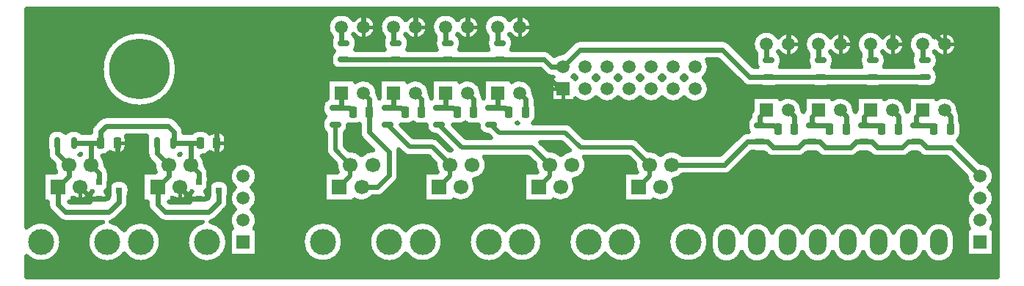
<source format=gbl>
G04 Layer_Physical_Order=2*
G04 Layer_Color=16750848*
%FSLAX42Y42*%
%MOMM*%
G71*
G01*
G75*
%ADD10C,0.50*%
%ADD11C,0.60*%
%ADD15C,7.00*%
%ADD16C,1.50*%
%ADD17R,1.50X1.50*%
%ADD18C,1.50*%
%ADD19R,1.50X1.50*%
%ADD20O,2.00X3.00*%
%ADD21R,1.50X1.50*%
%ADD22C,1.70*%
%ADD23C,3.00*%
%ADD24R,1.70X1.70*%
G04:AMPARAMS|DCode=25|XSize=0.9mm|YSize=1.3mm|CornerRadius=0.23mm|HoleSize=0mm|Usage=FLASHONLY|Rotation=0.000|XOffset=0mm|YOffset=0mm|HoleType=Round|Shape=RoundedRectangle|*
%AMROUNDEDRECTD25*
21,1,0.90,0.85,0,0,0.0*
21,1,0.45,1.30,0,0,0.0*
1,1,0.45,0.23,-0.42*
1,1,0.45,-0.23,-0.42*
1,1,0.45,-0.23,0.42*
1,1,0.45,0.23,0.42*
%
%ADD25ROUNDEDRECTD25*%
G04:AMPARAMS|DCode=26|XSize=0.76mm|YSize=0.76mm|CornerRadius=0.19mm|HoleSize=0mm|Usage=FLASHONLY|Rotation=270.000|XOffset=0mm|YOffset=0mm|HoleType=Round|Shape=RoundedRectangle|*
%AMROUNDEDRECTD26*
21,1,0.76,0.38,0,0,270.0*
21,1,0.38,0.76,0,0,270.0*
1,1,0.38,-0.19,-0.19*
1,1,0.38,-0.19,0.19*
1,1,0.38,0.19,0.19*
1,1,0.38,0.19,-0.19*
%
%ADD26ROUNDEDRECTD26*%
G04:AMPARAMS|DCode=27|XSize=0.7mm|YSize=1.3mm|CornerRadius=0.17mm|HoleSize=0mm|Usage=FLASHONLY|Rotation=90.000|XOffset=0mm|YOffset=0mm|HoleType=Round|Shape=RoundedRectangle|*
%AMROUNDEDRECTD27*
21,1,0.70,0.95,0,0,90.0*
21,1,0.35,1.30,0,0,90.0*
1,1,0.35,0.47,0.17*
1,1,0.35,0.47,-0.17*
1,1,0.35,-0.47,-0.17*
1,1,0.35,-0.47,0.17*
%
%ADD27ROUNDEDRECTD27*%
G04:AMPARAMS|DCode=28|XSize=0.7mm|YSize=1.3mm|CornerRadius=0.17mm|HoleSize=0mm|Usage=FLASHONLY|Rotation=0.000|XOffset=0mm|YOffset=0mm|HoleType=Round|Shape=RoundedRectangle|*
%AMROUNDEDRECTD28*
21,1,0.70,0.95,0,0,0.0*
21,1,0.35,1.30,0,0,0.0*
1,1,0.35,0.17,-0.47*
1,1,0.35,-0.17,-0.47*
1,1,0.35,-0.17,0.47*
1,1,0.35,0.17,0.47*
%
%ADD28ROUNDEDRECTD28*%
%ADD29C,0.40*%
D10*
X-1300Y-2160D02*
G03*
X-898Y-1994I167J165D01*
G01*
X-1300Y-2160D02*
G03*
X-898Y-1994I167J165D01*
G01*
X-418Y-1765D02*
G03*
X-175Y-2130I51J-230D01*
G01*
X-418Y-1765D02*
G03*
X-175Y-2130I51J-230D01*
G01*
X-898Y-1994D02*
G03*
X-1300Y-1829I-235J0D01*
G01*
X-898Y-1994D02*
G03*
X-1300Y-1829I-235J0D01*
G01*
X-931Y-1731D02*
G03*
X-850Y-1765I81J81D01*
G01*
X-931Y-1731D02*
G03*
X-850Y-1765I81J81D01*
G01*
X-1056Y-1560D02*
G03*
X-1022Y-1641I115J0D01*
G01*
X-175Y-1859D02*
G03*
X-328Y-1763I-192J-136D01*
G01*
X-175Y-1859D02*
G03*
X-328Y-1763I-192J-136D01*
G01*
D02*
G03*
X-269Y-1731I-22J113D01*
G01*
X-328Y-1763D02*
G03*
X-269Y-1731I-22J113D01*
G01*
X-175Y-2130D02*
G03*
X252Y-1994I192J136D01*
G01*
X-175Y-2130D02*
G03*
X252Y-1994I192J136D01*
G01*
X732Y-1765D02*
G03*
X1018Y-1994I51J-230D01*
G01*
X252D02*
G03*
X-175Y-1859I-235J0D01*
G01*
X252Y-1994D02*
G03*
X-175Y-1859I-235J0D01*
G01*
X219Y-1731D02*
G03*
X300Y-1765I81J81D01*
G01*
X219Y-1731D02*
G03*
X300Y-1765I81J81D01*
G01*
X94Y-1560D02*
G03*
X128Y-1641I115J0D01*
G01*
X94Y-1560D02*
G03*
X128Y-1641I115J0D01*
G01*
X822Y-1763D02*
G03*
X881Y-1731I-22J113D01*
G01*
X822Y-1763D02*
G03*
X881Y-1731I-22J113D01*
G01*
X-1056Y-1560D02*
G03*
X-1022Y-1641I115J0D01*
G01*
X-568Y-1514D02*
G03*
X-565Y-1535I84J0D01*
G01*
X-770Y-1484D02*
G03*
X-545Y-1408I84J124D01*
G01*
X-538Y-1412D02*
G03*
X-568Y-1476I55J-64D01*
G01*
X-362D02*
G03*
X-391Y-1412I-84J0D01*
G01*
D02*
G03*
X-359Y-1381I-55J88D01*
G01*
X-983Y-1098D02*
G03*
X-961Y-1190I170J-7D01*
G01*
X-389Y-1106D02*
G03*
X-426Y-1000I-170J0D01*
G01*
X-359Y-1419D02*
G03*
X-351Y-1459I104J0D01*
G01*
X-341Y-1286D02*
G03*
X-349Y-1246I-104J0D01*
G01*
X-255Y-1277D02*
G03*
X-341Y-1324I0J-104D01*
G01*
X-349Y-1201D02*
G03*
X-383Y-1119I-115J0D01*
G01*
X-349Y-1201D02*
G03*
X-383Y-1119I-115J0D01*
G01*
X-154Y-1617D02*
G03*
X-121Y-1535I-81J81D01*
G01*
X-154Y-1617D02*
G03*
X-121Y-1535I-81J81D01*
G01*
X582Y-1514D02*
G03*
X585Y-1535I84J0D01*
G01*
X380Y-1484D02*
G03*
X605Y-1408I84J124D01*
G01*
X612Y-1412D02*
G03*
X582Y-1476I55J-64D01*
G01*
X789D02*
G03*
X759Y-1412I-84J0D01*
G01*
X-121Y-1459D02*
G03*
X-112Y-1419I-96J40D01*
G01*
Y-1381D02*
G03*
X-216Y-1277I-104J0D01*
G01*
X167Y-1098D02*
G03*
X189Y-1190I170J-7D01*
G01*
X761Y-1106D02*
G03*
X724Y-1000I-170J0D01*
G01*
X791Y-1419D02*
G03*
X799Y-1459I104J0D01*
G01*
X759Y-1412D02*
G03*
X791Y-1381I-55J88D01*
G01*
X895Y-1277D02*
G03*
X809Y-1324I0J-104D01*
G01*
X801Y-1201D02*
G03*
X767Y-1119I-115J0D01*
G01*
X809Y-1286D02*
G03*
X801Y-1246I-104J0D01*
G01*
Y-1201D02*
G03*
X767Y-1119I-115J0D01*
G01*
X732Y-1765D02*
G03*
X1018Y-1994I51J-230D01*
G01*
D02*
G03*
X822Y-1763I-235J0D01*
G01*
X2352Y-1994D02*
G03*
X2352Y-1994I-235J0D01*
G01*
D02*
G03*
X2352Y-1994I-235J0D01*
G01*
X1018D02*
G03*
X822Y-1763I-235J0D01*
G01*
X996Y-1617D02*
G03*
X1030Y-1535I-81J81D01*
G01*
X1103Y-1619D02*
G03*
X1071Y-1840I97J-127D01*
G01*
X996Y-1617D02*
G03*
X1030Y-1535I-81J81D01*
G01*
X1360Y-1746D02*
G03*
X1297Y-1619I-160J0D01*
G01*
X1329Y-1840D02*
G03*
X1360Y-1746I-129J94D01*
G01*
X3075Y-1859D02*
G03*
X3075Y-2130I-192J-136D01*
G01*
X3075D02*
G03*
X3502Y-1994I192J136D01*
G01*
X3075Y-2130D02*
G03*
X3502Y-1994I192J136D01*
G01*
X3075Y-1859D02*
G03*
X3075Y-2130I-192J-136D01*
G01*
X3502Y-1994D02*
G03*
X3075Y-1859I-235J0D01*
G01*
X3502Y-1994D02*
G03*
X3075Y-1859I-235J0D01*
G01*
X4225D02*
G03*
X4225Y-2130I-192J-136D01*
G01*
Y-1859D02*
G03*
X4225Y-2130I-192J-136D01*
G01*
X1103Y-1365D02*
G03*
X1103Y-1619I97J-127D01*
G01*
X1360Y-1492D02*
G03*
X1297Y-1365I-160J0D01*
G01*
Y-1619D02*
G03*
X1360Y-1492I-97J127D01*
G01*
X2480Y-1507D02*
G03*
X2689Y-1474I84J148D01*
G01*
X1038Y-1381D02*
G03*
X934Y-1277I-104J0D01*
G01*
X1030Y-1459D02*
G03*
X1038Y-1419I-96J40D01*
G01*
X1297Y-1365D02*
G03*
X1360Y-1238I-97J127D01*
G01*
D02*
G03*
X1103Y-1365I-160J0D01*
G01*
X2267Y-1092D02*
G03*
X2289Y-1190I169J-14D01*
G01*
X3629Y-1507D02*
G03*
X3883Y-1360I84J148D01*
G01*
X2745Y-1474D02*
G03*
X2827Y-1441I0J115D01*
G01*
X2745Y-1474D02*
G03*
X2827Y-1441I0J115D01*
G01*
X2961Y-1306D02*
G03*
X2995Y-1225I-81J81D01*
G01*
X2961Y-1306D02*
G03*
X2995Y-1225I-81J81D01*
G01*
X3883Y-1360D02*
G03*
X3861Y-1274I-170J0D01*
G01*
X3417Y-1088D02*
G03*
X3439Y-1190I169J-18D01*
G01*
X3861Y-1274D02*
G03*
X4010Y-1106I-20J169D01*
G01*
D02*
G03*
X3981Y-1010I-170J0D01*
G01*
X-1060Y-974D02*
G03*
X-1026Y-1055I115J0D01*
G01*
X-1060Y-974D02*
G03*
X-1026Y-1055I115J0D01*
G01*
X-690Y-988D02*
G03*
X-674Y-978I-47J91D01*
G01*
Y-980D02*
G03*
X-686Y-992I115J-125D01*
G01*
X-1065Y-898D02*
G03*
X-1060Y-929I102J0D01*
G01*
X-422Y-1000D02*
G03*
X-337Y-957I0J108D01*
G01*
D02*
G03*
X-278Y-980I59J65D01*
G01*
X90Y-974D02*
G03*
X124Y-1055I115J0D01*
G01*
X90Y-974D02*
G03*
X124Y-1055I115J0D01*
G01*
X-233Y-980D02*
G03*
X-145Y-893I0J88D01*
G01*
X85Y-898D02*
G03*
X90Y-929I102J0D01*
G01*
X-962Y-700D02*
G03*
X-1065Y-802I0J-102D01*
G01*
X-850Y-735D02*
G03*
X-927Y-700I-77J-67D01*
G01*
X-772Y-700D02*
G03*
X-850Y-735I0J-102D01*
G01*
X-660Y-735D02*
G03*
X-738Y-700I-77J-68D01*
G01*
X-526Y-639D02*
G03*
X-560Y-720I81J-81D01*
G01*
X-526Y-639D02*
G03*
X-560Y-720I81J-81D01*
G01*
X-383Y-543D02*
G03*
X-464Y-576I0J-115D01*
G01*
X-383Y-543D02*
G03*
X-464Y-576I0J-115D01*
G01*
X-145Y-807D02*
G03*
X-152Y-772I-88J0D01*
G01*
X89D02*
G03*
X85Y-802I98J-30D01*
G01*
X728Y-1000D02*
G03*
X813Y-957I0J108D01*
G01*
X460Y-988D02*
G03*
X476Y-978I-47J91D01*
G01*
Y-980D02*
G03*
X464Y-992I115J-125D01*
G01*
X813Y-957D02*
G03*
X873Y-980I59J65D01*
G01*
X918D02*
G03*
X1005Y-893I0J88D01*
G01*
X2150Y-929D02*
G03*
X2182Y-1007I110J0D01*
G01*
X2150Y-929D02*
G03*
X2182Y-1007I110J0D01*
G01*
X2564Y-992D02*
G03*
X2423Y-936I-127J-113D01*
G01*
X2538Y-728D02*
G03*
X2571Y-809I115J0D01*
G01*
X2538Y-728D02*
G03*
X2571Y-809I115J0D01*
G01*
X682Y-700D02*
G03*
X603Y-735I0J-108D01*
G01*
X873Y-720D02*
G03*
X813Y-743I0J-88D01*
G01*
X1005Y-807D02*
G03*
X918Y-720I-88J0D01*
G01*
X414Y-576D02*
G03*
X333Y-543I-81J-81D01*
G01*
X414Y-576D02*
G03*
X333Y-543I-81J-81D01*
G01*
X512Y-722D02*
G03*
X479Y-641I-115J0D01*
G01*
X813Y-743D02*
G03*
X728Y-700I-86J-65D01*
G01*
X512Y-722D02*
G03*
X479Y-641I-115J0D01*
G01*
X2110Y-657D02*
G03*
X2150Y-739I102J0D01*
G01*
X2370D02*
G03*
X2410Y-657I-62J81D01*
G01*
X2145Y-545D02*
G03*
X2110Y-622I67J-77D01*
G01*
Y-468D02*
G03*
X2145Y-545I102J0D01*
G01*
X2410Y-640D02*
G03*
X2442Y-645I33J102D01*
G01*
X2488D02*
G03*
X2538Y-633I0J108D01*
G01*
X435Y0D02*
G03*
X435Y0I-435J0D01*
G01*
X2173Y-338D02*
G03*
X2110Y-432I40J-95D01*
G01*
X2210Y93D02*
G03*
X2313Y-10I102J0D01*
G01*
X2210Y283D02*
G03*
X2245Y205I102J0D01*
G01*
D02*
G03*
X2210Y128I67J-77D01*
G01*
X2218Y357D02*
G03*
X2210Y318I95J-40D01*
G01*
X2408Y-10D02*
G03*
X2439Y-5I0J102D01*
G01*
X2492Y225D02*
G03*
X2510Y283I-85J57D01*
G01*
X2472Y566D02*
G03*
X2218Y375I-139J-80D01*
G01*
X2510Y318D02*
G03*
X2468Y400I-102J0D01*
G01*
X2698Y-936D02*
G03*
X2564Y-992I-8J-170D01*
G01*
X2995Y-955D02*
G03*
X2992Y-927I-115J0D01*
G01*
X3040Y-975D02*
G03*
X3117Y-1007I78J78D01*
G01*
X3040Y-975D02*
G03*
X3117Y-1007I78J78D01*
G01*
X2995Y-955D02*
G03*
X2992Y-927I-115J0D01*
G01*
X3018Y-642D02*
G03*
X3042Y-645I25J105D01*
G01*
X3088D02*
G03*
X3160Y-617I0J108D01*
G01*
X3278Y-645D02*
G03*
X3310Y-640I0J108D01*
G01*
Y-657D02*
G03*
X3412Y-760I102J0D01*
G01*
X2747Y-275D02*
G03*
X2493Y-147I-160J-1D01*
G01*
X2770Y-339D02*
G03*
X2747Y-275I-115J-5D01*
G01*
X2770Y-339D02*
G03*
X2747Y-275I-115J-5D01*
G01*
X3160Y-617D02*
G03*
X3233Y-645I73J79D01*
G01*
X3370Y-339D02*
G03*
X3347Y-275I-115J-5D01*
G01*
X3370Y-339D02*
G03*
X3347Y-275I-115J-5D01*
G01*
D02*
G03*
X3093Y-147I-160J-1D01*
G01*
X3460Y-820D02*
G03*
X3383Y-788I-78J-78D01*
G01*
X3601Y-936D02*
G03*
X3576Y-936I-14J-169D01*
G01*
X3460Y-820D02*
G03*
X3383Y-788I-78J-78D01*
G01*
X3910Y-657D02*
G03*
X4013Y-760I102J0D01*
G01*
X3688Y-645D02*
G03*
X3760Y-617I0J108D01*
G01*
X3618Y-642D02*
G03*
X3642Y-645I25J105D01*
G01*
X3760Y-617D02*
G03*
X3833Y-645I73J79D01*
G01*
X3878D02*
G03*
X3910Y-640I0J108D01*
G01*
X3970Y-339D02*
G03*
X3947Y-275I-115J-5D01*
G01*
X3970Y-339D02*
G03*
X3947Y-275I-115J-5D01*
G01*
D02*
G03*
X3693Y-147I-160J-1D01*
G01*
X4081Y-5D02*
G03*
X4113Y-10I32J98D01*
G01*
X2881Y-5D02*
G03*
X2913Y-10I32J98D01*
G01*
X2810Y283D02*
G03*
X2828Y225I102J0D01*
G01*
X2472Y406D02*
G03*
X2727Y486I115J80D01*
G01*
X2818Y357D02*
G03*
X2810Y318I94J-40D01*
G01*
X3008Y-10D02*
G03*
X3039Y-5I0J102D01*
G01*
X3110Y318D02*
G03*
X3068Y400I-102J0D01*
G01*
X3092Y225D02*
G03*
X3110Y283I-85J57D01*
G01*
X3072Y406D02*
G03*
X3327Y486I115J80D01*
G01*
X2727Y486D02*
G03*
X2472Y566I-140J0D01*
G01*
X3072Y566D02*
G03*
X2818Y375I-139J-80D01*
G01*
X3327Y486D02*
G03*
X3072Y566I-140J0D01*
G01*
X3410Y283D02*
G03*
X3428Y225I102J0D01*
G01*
X3481Y-5D02*
G03*
X3512Y-10I32J98D01*
G01*
X3608D02*
G03*
X3639Y-5I0J102D01*
G01*
X3418Y357D02*
G03*
X3410Y318I94J-40D01*
G01*
X3692Y225D02*
G03*
X3710Y283I-85J57D01*
G01*
Y318D02*
G03*
X3668Y400I-102J0D01*
G01*
X4010Y283D02*
G03*
X4028Y225I102J0D01*
G01*
X3672Y406D02*
G03*
X3927Y486I115J80D01*
G01*
X4018Y357D02*
G03*
X4010Y318I94J-40D01*
G01*
X3672Y566D02*
G03*
X3418Y375I-139J-80D01*
G01*
X3927Y486D02*
G03*
X3672Y566I-140J0D01*
G01*
X4272Y566D02*
G03*
X4018Y375I-139J-80D01*
G01*
X4225Y-2130D02*
G03*
X4652Y-1994I192J136D01*
G01*
X4225Y-2130D02*
G03*
X4652Y-1994I192J136D01*
G01*
X5375Y-1859D02*
G03*
X5375Y-2130I-192J-136D01*
G01*
X5375D02*
G03*
X5802Y-1994I192J136D01*
G01*
X4652D02*
G03*
X4225Y-1859I-235J0D01*
G01*
X4652Y-1994D02*
G03*
X4225Y-1859I-235J0D01*
G01*
X5375Y-2130D02*
G03*
X5802Y-1994I192J136D01*
G01*
X5375Y-1859D02*
G03*
X5375Y-2130I-192J-136D01*
G01*
X5802Y-1994D02*
G03*
X5375Y-1859I-235J0D01*
G01*
X5802Y-1994D02*
G03*
X5375Y-1859I-235J0D01*
G01*
X6568Y-1994D02*
G03*
X6568Y-1994I-235J0D01*
G01*
D02*
G03*
X6568Y-1994I-235J0D01*
G01*
X6590Y-2050D02*
G03*
X6950Y-2110I185J0D01*
G01*
Y-1890D02*
G03*
X6590Y-1950I-175J-60D01*
G01*
X4779Y-1507D02*
G03*
X5033Y-1360I84J148D01*
G01*
D02*
G03*
X5011Y-1274I-170J0D01*
G01*
X4567Y-1092D02*
G03*
X4589Y-1190I169J-14D01*
G01*
X5011Y-1274D02*
G03*
X5160Y-1106I-20J169D01*
G01*
X4863Y-992D02*
G03*
X4723Y-936I-127J-113D01*
G01*
X4967Y-937D02*
G03*
X4863Y-992I24J-168D01*
G01*
X5160Y-1106D02*
G03*
X5133Y-1012I-170J0D01*
G01*
X5929Y-1507D02*
G03*
X6183Y-1360I84J148D01*
G01*
D02*
G03*
X6161Y-1274I-170J0D01*
G01*
D02*
G03*
X6266Y-1220I-20J169D01*
G01*
X5717Y-1092D02*
G03*
X5739Y-1190I169J-14D01*
G01*
X6013Y-992D02*
G03*
X5873Y-936I-127J-113D01*
G01*
X6266Y-990D02*
G03*
X6013Y-992I-125J-115D01*
G01*
X6750Y-1220D02*
G03*
X6831Y-1187I0J115D01*
G01*
X6750Y-1220D02*
G03*
X6831Y-1187I0J115D01*
G01*
X5761Y-825D02*
G03*
X5683Y-793I-78J-78D01*
G01*
X5761Y-825D02*
G03*
X5683Y-793I-78J-78D01*
G01*
X6950Y-2110D02*
G03*
X7300Y-2110I175J60D01*
G01*
X7300D02*
G03*
X7650Y-2110I175J60D01*
G01*
D02*
G03*
X8000Y-2110I175J60D01*
G01*
X7300Y-1890D02*
G03*
X6950Y-1890I-175J-60D01*
G01*
X7650Y-1890D02*
G03*
X7300Y-1890I-175J-60D01*
G01*
X8000D02*
G03*
X7650Y-1890I-175J-60D01*
G01*
X8000Y-2110D02*
G03*
X8350Y-2110I175J60D01*
G01*
X8350D02*
G03*
X8700Y-2110I175J60D01*
G01*
X8350Y-1890D02*
G03*
X8000Y-1890I-175J-60D01*
G01*
X8700D02*
G03*
X8350Y-1890I-175J-60D01*
G01*
X8700Y-2110D02*
G03*
X9050Y-2110I175J60D01*
G01*
D02*
G03*
X9410Y-2050I175J60D01*
G01*
X9050Y-1890D02*
G03*
X8700Y-1890I-175J-60D01*
G01*
X9410Y-1950D02*
G03*
X9050Y-1890I-185J0D01*
G01*
X9829Y-1840D02*
G03*
X9860Y-1746I-129J94D01*
G01*
D02*
G03*
X9797Y-1619I-160J0D01*
G01*
X7603Y-1017D02*
G03*
X7684Y-984I0J115D01*
G01*
X7229Y-984D02*
G03*
X7310Y-1017I81J81D01*
G01*
X7229Y-984D02*
G03*
X7310Y-1017I81J81D01*
G01*
X8203D02*
G03*
X8284Y-984I0J115D01*
G01*
X7603Y-1017D02*
G03*
X7684Y-984I0J115D01*
G01*
X7829Y-984D02*
G03*
X7910Y-1017I81J81D01*
G01*
X7081Y-955D02*
G03*
X7113Y-960I32J98D01*
G01*
X7829Y-984D02*
G03*
X7910Y-1017I81J81D01*
G01*
X8203D02*
G03*
X8284Y-984I0J115D01*
G01*
X8429Y-984D02*
G03*
X8510Y-1017I81J81D01*
G01*
X8429Y-984D02*
G03*
X8510Y-1017I81J81D01*
G01*
X9603Y-1619D02*
G03*
X9571Y-1840I97J-127D01*
G01*
X9797Y-1619D02*
G03*
X9860Y-1492I-97J127D01*
G01*
X9603Y-1365D02*
G03*
X9603Y-1619I97J-127D01*
G01*
X9860Y-1492D02*
G03*
X9797Y-1365I-160J0D01*
G01*
X8803Y-1017D02*
G03*
X8884Y-984I0J115D01*
G01*
X8803Y-1017D02*
G03*
X8884Y-984I0J115D01*
G01*
X8999D02*
G03*
X9080Y-1017I81J81D01*
G01*
X9540Y-1241D02*
G03*
X9603Y-1365I160J3D01*
G01*
X8999Y-984D02*
G03*
X9080Y-1017I81J81D01*
G01*
X9445Y-821D02*
G03*
X9485Y-737I-68J83D01*
G01*
X9860Y-1238D02*
G03*
X9703Y-1078I-160J0D01*
G01*
X9797Y-1365D02*
G03*
X9860Y-1238I-97J127D01*
G01*
X4360Y-617D02*
G03*
X4367Y-622I73J79D01*
G01*
X4353D02*
G03*
X4360Y-617I-66J85D01*
G01*
X4543Y-622D02*
G03*
X4585Y-537I-66J85D01*
G01*
X4995Y-655D02*
G03*
X4917Y-622I-78J-78D01*
G01*
X4585Y-452D02*
G03*
X4570Y-398I-108J0D01*
G01*
X4995Y-655D02*
G03*
X4917Y-622I-78J-78D01*
G01*
X5028Y-339D02*
G03*
X5269Y-324I114J112D01*
G01*
X4570Y-344D02*
G03*
X4547Y-275I-115J0D01*
G01*
X4570Y-344D02*
G03*
X4547Y-275I-115J0D01*
G01*
D02*
G03*
X4293Y-147I-160J-1D01*
G01*
X4667Y-54D02*
G03*
X4748Y-88I81J81D01*
G01*
X4667Y-54D02*
G03*
X4748Y-88I81J81D01*
G01*
X5269Y-324D02*
G03*
X5523Y-324I127J97D01*
G01*
X5045Y-100D02*
G03*
X5028Y-115I97J-127D01*
G01*
X5015Y-70D02*
G03*
X5045Y-100I127J97D01*
G01*
X5000Y-87D02*
G03*
X5015Y-70I-112J114D01*
G01*
X5269Y-130D02*
G03*
X5239Y-100I-127J-97D01*
G01*
X5299D02*
G03*
X5269Y-130I97J-127D01*
G01*
Y-70D02*
G03*
X5299Y-100I127J97D01*
G01*
X5239D02*
G03*
X5269Y-70I-97J127D01*
G01*
X7015Y-725D02*
G03*
X6934Y-759I0J-115D01*
G01*
X7015Y-725D02*
G03*
X6934Y-759I0J-115D01*
G01*
X7010Y-667D02*
G03*
X7028Y-725I102J0D01*
G01*
X5777Y-324D02*
G03*
X6031Y-324I127J97D01*
G01*
D02*
G03*
X6285Y-324I127J97D01*
G01*
X5523D02*
G03*
X5777Y-324I127J97D01*
G01*
X6572Y-227D02*
G03*
X6509Y-100I-160J0D01*
G01*
X6285Y-324D02*
G03*
X6572Y-227I127J97D01*
G01*
X7045Y-555D02*
G03*
X7010Y-632I68J-77D01*
G01*
X7073Y-474D02*
G03*
X7045Y-549I87J-75D01*
G01*
X7073Y-474D02*
G03*
X7045Y-549I87J-75D01*
G01*
X5523Y-130D02*
G03*
X5493Y-100I-127J-97D01*
G01*
X5553D02*
G03*
X5523Y-130I97J-127D01*
G01*
X5777D02*
G03*
X5747Y-100I-127J-97D01*
G01*
X5807D02*
G03*
X5777Y-130I97J-127D01*
G01*
X6031D02*
G03*
X6001Y-100I-127J-97D01*
G01*
X5493D02*
G03*
X5523Y-70I-97J127D01*
G01*
D02*
G03*
X5553Y-100I127J97D01*
G01*
X5747D02*
G03*
X5777Y-70I-97J127D01*
G01*
D02*
G03*
X5807Y-100I127J97D01*
G01*
X6031Y-70D02*
G03*
X6061Y-100I127J97D01*
G01*
X6001D02*
G03*
X6031Y-70I-97J127D01*
G01*
X6959Y-171D02*
G03*
X7040Y-205I81J81D01*
G01*
X7181D02*
G03*
X7213Y-210I32J98D01*
G01*
X7308D02*
G03*
X7339Y-205I0J102D01*
G01*
X6959Y-171D02*
G03*
X7040Y-205I81J81D01*
G01*
X6061Y-100D02*
G03*
X6031Y-130I97J-127D01*
G01*
X6285D02*
G03*
X6255Y-100I-127J-97D01*
G01*
D02*
G03*
X6285Y-70I-97J127D01*
G01*
X6315Y-100D02*
G03*
X6285Y-130I97J-127D01*
G01*
Y-70D02*
G03*
X6315Y-100I127J97D01*
G01*
X4208Y-10D02*
G03*
X4239Y-5I0J102D01*
G01*
X4292Y225D02*
G03*
X4310Y283I-85J57D01*
G01*
X4746Y191D02*
G03*
X4665Y225I-81J-81D01*
G01*
X4885Y187D02*
G03*
X4787Y151I3J-160D01*
G01*
X4746Y191D02*
G03*
X4665Y225I-81J-81D01*
G01*
X4310Y318D02*
G03*
X4268Y400I-102J0D01*
G01*
X4272Y406D02*
G03*
X4527Y486I115J80D01*
G01*
D02*
G03*
X4272Y566I-140J0D01*
G01*
X5086Y340D02*
G03*
X5005Y306I0J-115D01*
G01*
X5086Y340D02*
G03*
X5005Y306I0J-115D01*
G01*
X6572Y27D02*
G03*
X6549Y110I-160J0D01*
G01*
X6509Y-100D02*
G03*
X6572Y27I-97J127D01*
G01*
X6806Y306D02*
G03*
X6725Y340I-81J-81D01*
G01*
X6806Y306D02*
G03*
X6725Y340I-81J-81D01*
G01*
X7110Y83D02*
G03*
X7128Y25I102J0D01*
G01*
X7392D02*
G03*
X7410Y83I-85J57D01*
G01*
X7372Y366D02*
G03*
X7118Y175I-139J-80D01*
G01*
Y157D02*
G03*
X7110Y118I94J-40D01*
G01*
X7410D02*
G03*
X7368Y200I-102J0D01*
G01*
X7673Y-474D02*
G03*
X7659Y-494I87J-75D01*
G01*
X7673Y-474D02*
G03*
X7659Y-494I87J-75D01*
G01*
D02*
G03*
X7647Y-475I-104J-50D01*
G01*
X7659Y-494D02*
G03*
X7647Y-475I-104J-50D01*
G01*
D02*
G03*
X7393Y-347I-160J-1D01*
G01*
X8273Y-474D02*
G03*
X8259Y-494I87J-75D01*
G01*
X8273Y-474D02*
G03*
X8259Y-494I87J-75D01*
G01*
D02*
G03*
X8247Y-475I-104J-50D01*
G01*
X8259Y-494D02*
G03*
X8247Y-475I-104J-50D01*
G01*
D02*
G03*
X7993Y-347I-160J-1D01*
G01*
X7781Y-205D02*
G03*
X7813Y-210I32J98D01*
G01*
X7710Y83D02*
G03*
X7728Y25I102J0D01*
G01*
X7908Y-210D02*
G03*
X7939Y-205I0J102D01*
G01*
X7992Y25D02*
G03*
X8010Y83I-85J58D01*
G01*
X8381Y-205D02*
G03*
X8413Y-210I32J98D01*
G01*
X8310Y83D02*
G03*
X8328Y25I102J0D01*
G01*
X8873Y-474D02*
G03*
X8859Y-494I87J-75D01*
G01*
X8873Y-474D02*
G03*
X8859Y-494I87J-75D01*
G01*
D02*
G03*
X8847Y-475I-104J-50D01*
G01*
X8859Y-494D02*
G03*
X8847Y-475I-104J-50D01*
G01*
D02*
G03*
X8593Y-347I-160J-1D01*
G01*
X9485Y-652D02*
G03*
X9470Y-598I-108J0D01*
G01*
X9447Y-475D02*
G03*
X9193Y-347I-160J-1D01*
G01*
X9470Y-544D02*
G03*
X9447Y-475I-115J0D01*
G01*
X9470Y-544D02*
G03*
X9447Y-475I-115J0D01*
G01*
X8508Y-210D02*
G03*
X8539Y-205I0J102D01*
G01*
X8981D02*
G03*
X9013Y-210I32J98D01*
G01*
X8592Y25D02*
G03*
X8610Y83I-85J58D01*
G01*
X8910D02*
G03*
X8928Y25I102J0D01*
G01*
X9210Y-72D02*
G03*
X9175Y5I-102J0D01*
G01*
X9108Y-210D02*
G03*
X9210Y-107I0J102D01*
G01*
X9175Y5D02*
G03*
X9210Y83I-67J77D01*
G01*
X7718Y157D02*
G03*
X7710Y118I94J-40D01*
G01*
X7372Y206D02*
G03*
X7627Y286I115J80D01*
G01*
X7972Y366D02*
G03*
X7718Y175I-139J-80D01*
G01*
X8318Y157D02*
G03*
X8310Y118I94J-40D01*
G01*
X8010D02*
G03*
X7968Y200I-102J0D01*
G01*
X7972Y206D02*
G03*
X8227Y286I115J80D01*
G01*
X8572Y366D02*
G03*
X8318Y175I-139J-80D01*
G01*
X7627Y286D02*
G03*
X7372Y366I-140J0D01*
G01*
X8227Y286D02*
G03*
X7972Y366I-140J0D01*
G01*
X8918Y157D02*
G03*
X8910Y118I94J-40D01*
G01*
X8610D02*
G03*
X8568Y200I-102J0D01*
G01*
X8572Y206D02*
G03*
X8827Y286I115J80D01*
G01*
X9210Y118D02*
G03*
X9168Y200I-102J0D01*
G01*
X9172Y206D02*
G03*
X9427Y286I115J80D01*
G01*
X9172Y366D02*
G03*
X8918Y175I-139J-80D01*
G01*
X9427Y286D02*
G03*
X9172Y366I-140J0D01*
G01*
X8827Y286D02*
G03*
X8572Y366I-140J0D01*
G01*
X2260Y-929D02*
Y-640D01*
Y-929D02*
X2436Y-1106D01*
Y-1232D02*
Y-1106D01*
X2309Y-1360D02*
X2436Y-1232D01*
X3587Y-1106D02*
Y-1102D01*
Y-1232D02*
Y-1106D01*
X3460Y-1360D02*
X3587Y-1232D01*
X4737Y-1232D02*
Y-1106D01*
X4610Y-1360D02*
X4737Y-1232D01*
X5088Y-902D02*
X5683D01*
X5887Y-1106D01*
Y-1232D02*
Y-1106D01*
X5760Y-1360D02*
X5887Y-1232D01*
X4060Y-640D02*
X4153Y-732D01*
X4917D01*
X5088Y-902D01*
X3460Y-640D02*
X3720Y-900D01*
X4531D01*
X4737Y-1106D01*
X2860Y-640D02*
X3117Y-898D01*
X3383D01*
X3587Y-1102D01*
X-1253Y-2400D02*
Y-2197D01*
X-1203Y-2400D02*
Y-2219D01*
X-1300Y-2173D02*
X-1286D01*
X-1300Y-2223D02*
X-1189D01*
X-1053Y-2400D02*
Y-2215D01*
X-1003Y-2400D02*
Y-2190D01*
X-1153Y-2400D02*
Y-2229D01*
X-1103Y-2400D02*
Y-2228D01*
X-1300Y-2400D02*
Y-2160D01*
X-953Y-2400D02*
Y-2146D01*
X-803Y-2400D02*
Y-1765D01*
X-753Y-2400D02*
Y-1765D01*
X-903Y-2400D02*
Y-2043D01*
X-853Y-2400D02*
Y-1765D01*
X-453Y-2400D02*
Y-2213D01*
X-403Y-2400D02*
Y-2227D01*
X-503Y-2400D02*
Y-2186D01*
X-1077Y-2223D02*
X-423D01*
X-353Y-2400D02*
Y-2229D01*
X-303Y-2400D02*
Y-2221D01*
X-253Y-2400D02*
Y-2200D01*
X-311Y-2223D02*
X-39D01*
X-703Y-2400D02*
Y-1765D01*
X-980Y-2173D02*
X-520D01*
X-911Y-2073D02*
X-589D01*
X-936Y-2123D02*
X-564D01*
X-653Y-2400D02*
Y-1765D01*
X-603Y-2400D02*
Y-1765D01*
X-553Y-2400D02*
Y-2138D01*
X-1300Y-1773D02*
X-1210D01*
X-899Y-1973D02*
X-601D01*
X-900Y-2023D02*
X-600D01*
X-903Y-1946D02*
Y-1752D01*
X-1300Y-1673D02*
X-990D01*
X-1300Y-1723D02*
X-940D01*
X-1300Y-1573D02*
X-1055D01*
X-1300Y-1623D02*
X-1037D01*
X-1003Y-1799D02*
Y-1660D01*
X-953Y-1843D02*
Y-1710D01*
X-1053Y-1774D02*
Y-1583D01*
X-1022Y-1641D02*
X-931Y-1731D01*
X-909Y-1923D02*
X-591D01*
X-932Y-1873D02*
X-568D01*
X-973Y-1823D02*
X-527D01*
X-1056Y-1773D02*
X-444D01*
X-503Y-1803D02*
Y-1765D01*
X-453Y-1776D02*
Y-1765D01*
X-850D02*
X-418D01*
X-290Y-1773D02*
X-60D01*
X-553Y-1851D02*
Y-1765D01*
X-303Y-1768D02*
Y-1755D01*
X-253Y-1789D02*
Y-1716D01*
X-260Y-1723D02*
X210D01*
X-269Y-1731D02*
X-154Y-1617D01*
X-103Y-2400D02*
Y-2197D01*
X-53Y-2400D02*
Y-2219D01*
X-203Y-2400D02*
Y-2163D01*
X-214Y-2173D02*
X-136D01*
X97Y-2400D02*
Y-2215D01*
X147Y-2400D02*
Y-2190D01*
X-3Y-2400D02*
Y-2229D01*
X47Y-2400D02*
Y-2228D01*
X-153Y-2400D02*
Y-2157D01*
X197Y-2400D02*
Y-2146D01*
X347Y-2400D02*
Y-1765D01*
X397Y-2400D02*
Y-1765D01*
X247Y-2400D02*
Y-2043D01*
X297Y-2400D02*
Y-1765D01*
X647Y-2400D02*
Y-2186D01*
X697Y-2400D02*
Y-2213D01*
X170Y-2173D02*
X630D01*
X73Y-2223D02*
X727D01*
X847Y-2400D02*
Y-2221D01*
X897Y-2400D02*
Y-2200D01*
X747Y-2400D02*
Y-2227D01*
X797Y-2400D02*
Y-2229D01*
X447Y-2400D02*
Y-1765D01*
X497Y-2400D02*
Y-1765D01*
X239Y-2073D02*
X561D01*
X214Y-2123D02*
X586D01*
X547Y-2400D02*
Y-1765D01*
X597Y-2400D02*
Y-2138D01*
X947Y-2400D02*
Y-2163D01*
X997Y-2400D02*
Y-2092D01*
X-207Y-1823D02*
X-143D01*
X-210Y-1673D02*
X160D01*
X197Y-1843D02*
Y-1710D01*
X247Y-1946D02*
Y-1752D01*
X-203Y-1826D02*
Y-1666D01*
X-153Y-1832D02*
Y-1616D01*
X-127Y-1573D02*
X95D01*
X-160Y-1623D02*
X113D01*
X97Y-1774D02*
Y-1583D01*
X147Y-1799D02*
Y-1660D01*
X128Y-1641D02*
X219Y-1731D01*
X241Y-1923D02*
X559D01*
X218Y-1873D02*
X582D01*
X177Y-1823D02*
X623D01*
X94Y-1773D02*
X706D01*
X251Y-1973D02*
X549D01*
X250Y-2023D02*
X550D01*
X647Y-1803D02*
Y-1765D01*
X697Y-1776D02*
Y-1765D01*
X597Y-1851D02*
Y-1765D01*
X300D02*
X732D01*
X947Y-1826D02*
Y-1666D01*
X997Y-1897D02*
Y-1616D01*
X847Y-1768D02*
Y-1755D01*
X897Y-1789D02*
Y-1716D01*
X881Y-1731D02*
X996Y-1617D01*
X-1103Y-1761D02*
Y-1530D01*
X-1300Y-1523D02*
X-1110D01*
Y-1530D02*
X-1056D01*
Y-1560D02*
Y-1530D01*
X-808D02*
X-802Y-1535D01*
X-808Y-1530D02*
X-770D01*
X-703Y-1535D02*
Y-1509D01*
X-1300Y-1829D02*
Y700D01*
X-1253Y-1792D02*
Y700D01*
X-1203Y-1770D02*
Y700D01*
X-1300Y-1473D02*
X-1110D01*
X-1153Y-1760D02*
Y700D01*
X-753Y-1535D02*
Y-1494D01*
X-1110Y-1530D02*
Y-1190D01*
X-770Y-1530D02*
Y-1484D01*
X-653Y-1535D02*
Y-1506D01*
X-802Y-1535D02*
X-565D01*
X-603D02*
Y-1484D01*
X-770Y-1523D02*
X-567D01*
X-362Y-1499D02*
X-351Y-1488D01*
X-568Y-1514D02*
Y-1476D01*
X-362Y-1499D02*
Y-1476D01*
X-353Y-1490D02*
Y-1452D01*
X-362Y-1473D02*
X-351D01*
Y-1488D02*
Y-1459D01*
X-1300Y-1373D02*
X-1110D01*
X-1300Y-1423D02*
X-1110D01*
X-1300Y-1223D02*
X-1110D01*
X-1300Y-1323D02*
X-1110D01*
X-588Y-1473D02*
X-567D01*
X-1300Y-1273D02*
X-1110D01*
Y-1190D02*
X-961D01*
X-1103D02*
Y700D01*
X-1053Y-1190D02*
Y-1013D01*
X-1300Y-1123D02*
X-983D01*
X-1300Y-1173D02*
X-970D01*
X-1003Y-1190D02*
Y-1079D01*
X-1026Y-1055D02*
X-983Y-1098D01*
X-390Y-1113D02*
X-383Y-1119D01*
X-381Y-1423D02*
X-358D01*
X-359Y-1419D02*
Y-1381D01*
X-341Y-1324D02*
Y-1286D01*
X-255Y-1277D02*
X-216D01*
X-342Y-1273D02*
X40D01*
X-353Y-1172D02*
Y-975D01*
X-380Y-1123D02*
X167D01*
X-303Y-1289D02*
Y-976D01*
X-253Y-1277D02*
Y-980D01*
X-349Y-1246D02*
Y-1201D01*
Y-1223D02*
X40D01*
X-353Y-1173D02*
X180D01*
X-121Y-1523D02*
X40D01*
Y-1530D02*
X94D01*
X47Y-1761D02*
Y-1530D01*
X94Y-1560D02*
Y-1530D01*
X342D02*
X348Y-1535D01*
X342Y-1530D02*
X380D01*
X-103Y-1792D02*
Y-772D01*
X-53Y-1770D02*
Y-772D01*
X-121Y-1535D02*
Y-1459D01*
X-3Y-1760D02*
Y-772D01*
X397Y-1535D02*
Y-1494D01*
X447Y-1535D02*
Y-1509D01*
X40Y-1530D02*
Y-1190D01*
X380Y-1530D02*
Y-1484D01*
X497Y-1535D02*
Y-1506D01*
X348Y-1535D02*
X585D01*
X547D02*
Y-1484D01*
X380Y-1523D02*
X583D01*
X789Y-1499D02*
X799Y-1488D01*
X582Y-1514D02*
Y-1476D01*
X562Y-1473D02*
X583D01*
X789Y-1499D02*
Y-1476D01*
X797Y-1490D02*
Y-1452D01*
X799Y-1488D02*
Y-1459D01*
X-121Y-1473D02*
X40D01*
X-130Y-1323D02*
X40D01*
X-112Y-1419D02*
Y-1381D01*
X-113Y-1423D02*
X40D01*
X-113Y-1373D02*
X40D01*
Y-1190D02*
X189D01*
X-203Y-1278D02*
Y-975D01*
X-153Y-1299D02*
Y-929D01*
X47Y-1190D02*
Y-772D01*
X97Y-1190D02*
Y-1013D01*
X147Y-1190D02*
Y-1079D01*
X124Y-1055D02*
X167Y-1098D01*
X760Y-1113D02*
X767Y-1119D01*
X788Y-1473D02*
X799D01*
X769Y-1423D02*
X792D01*
X791Y-1419D02*
Y-1381D01*
X809Y-1324D02*
Y-1286D01*
X895Y-1277D02*
X934D01*
X797Y-1172D02*
Y-975D01*
X847Y-1289D02*
Y-976D01*
X997Y-1299D02*
Y-929D01*
X801Y-1246D02*
Y-1201D01*
X897Y-1277D02*
Y-980D01*
X947Y-1278D02*
Y-975D01*
X1097Y-2400D02*
Y-2160D01*
X1147Y-2400D02*
Y-2160D01*
X1047Y-2400D02*
Y-2160D01*
X1040D02*
X1360D01*
X1297Y-2400D02*
Y-2160D01*
X1347Y-2400D02*
Y-2160D01*
X1197Y-2400D02*
Y-2160D01*
X1247Y-2400D02*
Y-2160D01*
X980Y-2123D02*
X1040D01*
X1005Y-2073D02*
X1040D01*
Y-2160D02*
Y-1840D01*
X1360Y-2160D02*
Y-1840D01*
X1016Y-2023D02*
X1040D01*
X1360D02*
X1884D01*
X-1300Y-2373D02*
X9900D01*
X-1300Y-2400D02*
X9900D01*
X-1300Y-2273D02*
X9900D01*
X-1300Y-2323D02*
X9900D01*
X2097Y-2400D02*
Y-2229D01*
X2147Y-2400D02*
Y-2228D01*
X839Y-2223D02*
X2061D01*
X2173D02*
X2827D01*
X936Y-2173D02*
X1964D01*
X1360Y-2073D02*
X1895D01*
X1360Y-2123D02*
X1920D01*
X1997Y-2400D02*
Y-2197D01*
X2047Y-2400D02*
Y-2219D01*
X1897Y-2400D02*
Y-2077D01*
X1947Y-2400D02*
Y-2157D01*
X984Y-1873D02*
X1040D01*
X860Y-1773D02*
X1042D01*
X943Y-1823D02*
X1060D01*
X1007Y-1923D02*
X1040D01*
X1017Y-1973D02*
X1040D01*
X1047Y-1840D02*
Y-1793D01*
X1040Y-1840D02*
X1071D01*
X890Y-1723D02*
X1042D01*
X940Y-1673D02*
X1058D01*
X990Y-1623D02*
X1098D01*
X1047Y-1699D02*
Y-1539D01*
X1097Y-1624D02*
Y-1614D01*
X1023Y-1573D02*
X1062D01*
X1347Y-1840D02*
Y-1809D01*
X1329Y-1840D02*
X1360D01*
X1340Y-1823D02*
X1957D01*
X1358Y-1773D02*
X2040D01*
X1360Y-1973D02*
X1883D01*
X1360Y-1923D02*
X1893D01*
X1360Y-1873D02*
X1916D01*
X2194Y-1773D02*
X2806D01*
X1338Y-1573D02*
X9562D01*
X1302Y-1623D02*
X9598D01*
X2147Y-1761D02*
Y-1530D01*
X1358Y-1723D02*
X9542D01*
X1347Y-1683D02*
Y-1555D01*
X1342Y-1673D02*
X9558D01*
X2140Y-1530D02*
X2480D01*
X2747Y-2400D02*
Y-2186D01*
X2797Y-2400D02*
Y-2213D01*
X2197Y-2400D02*
Y-2215D01*
X2247Y-2400D02*
Y-2190D01*
X2947Y-2400D02*
Y-2221D01*
X2997Y-2400D02*
Y-2200D01*
X2847Y-2400D02*
Y-2227D01*
X2897Y-2400D02*
Y-2229D01*
X2397Y-2400D02*
Y-1530D01*
X2447Y-2400D02*
Y-1530D01*
X2297Y-2400D02*
Y-2146D01*
X2347Y-2400D02*
Y-2043D01*
X3047Y-2400D02*
Y-2163D01*
X3097Y-2400D02*
Y-2157D01*
X2697Y-2400D02*
Y-2138D01*
X3297Y-2400D02*
Y-2228D01*
X3347Y-2400D02*
Y-2215D01*
X3197Y-2400D02*
Y-2219D01*
X3247Y-2400D02*
Y-2229D01*
X4047Y-2400D02*
Y-2229D01*
X4097Y-2400D02*
Y-2221D01*
X3947Y-2400D02*
Y-2213D01*
X3997Y-2400D02*
Y-2227D01*
X3147Y-2400D02*
Y-2197D01*
X3397Y-2400D02*
Y-2190D01*
X3897Y-2400D02*
Y-2186D01*
X4147Y-2400D02*
Y-2200D01*
X3447Y-2400D02*
Y-2146D01*
X3847Y-2400D02*
Y-2138D01*
X3497Y-2400D02*
Y-2043D01*
X2314Y-2123D02*
X2686D01*
X2270Y-2173D02*
X2730D01*
X2341Y-1923D02*
X2659D01*
X2339Y-2073D02*
X2661D01*
X3036Y-2173D02*
X3114D01*
X2939Y-2223D02*
X3211D01*
X2351Y-1973D02*
X2649D01*
X2350Y-2023D02*
X2650D01*
X2297Y-1843D02*
Y-1530D01*
X2277Y-1823D02*
X2723D01*
X2197Y-1774D02*
Y-1530D01*
X2247Y-1799D02*
Y-1530D01*
X2347Y-1946D02*
Y-1530D01*
X2318Y-1873D02*
X2682D01*
X3043Y-1823D02*
X3107D01*
X2960Y-1773D02*
X3190D01*
X3420Y-2173D02*
X3880D01*
X3323Y-2223D02*
X3977D01*
X3489Y-2073D02*
X3811D01*
X3464Y-2123D02*
X3836D01*
X4186Y-2173D02*
X4264D01*
X4089Y-2223D02*
X4361D01*
X3501Y-1973D02*
X3799D01*
X3500Y-2023D02*
X3800D01*
X3427Y-1823D02*
X3873D01*
X3344Y-1773D02*
X3956D01*
X3491Y-1923D02*
X3809D01*
X3468Y-1873D02*
X3832D01*
X4110Y-1773D02*
X4340D01*
X1030Y-1535D02*
Y-1459D01*
Y-1473D02*
X1041D01*
X1030Y-1523D02*
X1043D01*
X1397Y-2400D02*
Y700D01*
X1447Y-2400D02*
Y700D01*
X1597Y-2400D02*
Y700D01*
X1647Y-2400D02*
Y700D01*
X1497Y-2400D02*
Y700D01*
X1547Y-2400D02*
Y700D01*
X1797Y-2400D02*
Y700D01*
X1847Y-2400D02*
Y700D01*
X1697Y-2400D02*
Y700D01*
X1747Y-2400D02*
Y700D01*
X2480Y-1530D02*
Y-1507D01*
X2497Y-2400D02*
Y-1516D01*
X1357Y-1523D02*
X2140D01*
X2480D02*
X2516D01*
X2547Y-2400D02*
Y-1529D01*
X2597Y-2400D02*
Y-1526D01*
X2647Y-2400D02*
Y-1508D01*
X2611Y-1523D02*
X3290D01*
X1897Y-1912D02*
Y700D01*
X1947Y-1832D02*
Y700D01*
X1997Y-1792D02*
Y700D01*
X1359Y-1473D02*
X2140D01*
X2047Y-1770D02*
Y700D01*
X2097Y-1760D02*
Y700D01*
X2140Y-1530D02*
Y-1190D01*
X2689Y-1474D02*
X2745D01*
X1020Y-1323D02*
X1064D01*
X1037Y-1373D02*
X1093D01*
X1047Y-1445D02*
Y-1285D01*
X1037Y-1423D02*
X1056D01*
X1038Y-1419D02*
Y-1381D01*
X1097Y-1370D02*
Y-1360D01*
X801Y-1223D02*
X1041D01*
X808Y-1273D02*
X1044D01*
X797Y-1173D02*
X1054D01*
X770Y-1123D02*
X1089D01*
X1047Y-1191D02*
Y700D01*
X1097Y-1116D02*
Y700D01*
X1147Y-1087D02*
Y700D01*
X1297Y-1111D02*
Y700D01*
X1247Y-1085D02*
Y700D01*
X1307Y-1373D02*
X2140D01*
X1344Y-1423D02*
X2140D01*
X1336Y-1323D02*
X2140D01*
X1347Y-1429D02*
Y-1301D01*
X1356Y-1273D02*
X2140D01*
X1359Y-1223D02*
X2140D01*
Y-1190D02*
X2289D01*
X1347Y-1175D02*
Y700D01*
X1311Y-1123D02*
X2267D01*
X1346Y-1173D02*
X2280D01*
X2147Y-1190D02*
Y-736D01*
X2197Y-1190D02*
Y-1022D01*
X2247Y-1190D02*
Y-1072D01*
X2182Y-1007D02*
X2267Y-1092D01*
X2697Y-1851D02*
Y-1474D01*
X2747Y-1803D02*
Y-1474D01*
X2797Y-1776D02*
Y-1462D01*
X2847Y-1762D02*
Y-1421D01*
X3397Y-1799D02*
Y-1530D01*
X3447Y-1843D02*
Y-1530D01*
X3297Y-1761D02*
Y-1530D01*
X3347Y-1774D02*
Y-1530D01*
X2997Y-1789D02*
Y-933D01*
X3047Y-1826D02*
Y-982D01*
X2897Y-1760D02*
Y-1371D01*
X2947Y-1768D02*
Y-1321D01*
X3097Y-1832D02*
Y-1006D01*
X3147Y-1792D02*
Y-1007D01*
X3197Y-1770D02*
Y-1007D01*
X3247Y-1760D02*
Y-1007D01*
X3547Y-2400D02*
Y-1530D01*
X3597Y-2400D02*
Y-1530D01*
X3497Y-1946D02*
Y-1530D01*
X3290D02*
X3629D01*
X3747Y-2400D02*
Y-1526D01*
X3797Y-2400D02*
Y-1508D01*
X3647Y-2400D02*
Y-1516D01*
X3697Y-2400D02*
Y-1529D01*
X3847Y-1851D02*
Y-1465D01*
X3897Y-1803D02*
Y-1266D01*
X3629Y-1530D02*
Y-1507D01*
X3947Y-1776D02*
Y-1238D01*
X4147Y-1789D02*
Y-1010D01*
X3997Y-1762D02*
Y-1172D01*
X4097Y-1768D02*
Y-1010D01*
X4047Y-1760D02*
Y-1010D01*
X2827Y-1441D02*
X2961Y-1306D01*
X2766Y-1473D02*
X3290D01*
X2895Y-1373D02*
X3290D01*
X2845Y-1423D02*
X3290D01*
X2985Y-1273D02*
X3290D01*
X2945Y-1323D02*
X3290D01*
X2995Y-1223D02*
X3290D01*
X2995Y-1123D02*
X3417D01*
X2995Y-1225D02*
Y-955D01*
X3290Y-1530D02*
Y-1190D01*
X3297D02*
Y-1007D01*
X3397Y-1190D02*
Y-1068D01*
X3347Y-1190D02*
Y-1018D01*
X3629Y-1523D02*
X3666D01*
X3761D02*
X4440D01*
X3840Y-1473D02*
X4440D01*
X3883Y-1373D02*
X4440D01*
X3871Y-1423D02*
X4440D01*
X3872Y-1273D02*
X4440D01*
X3879Y-1323D02*
X4440D01*
X3290Y-1190D02*
X3439D01*
X3337Y-1007D02*
X3417Y-1088D01*
X2995Y-1173D02*
X3430D01*
X3964Y-1223D02*
X4440D01*
X3997Y-1173D02*
X4580D01*
X4010Y-1123D02*
X4567D01*
X-1300Y-1073D02*
X-1009D01*
X-1300Y-973D02*
X-1060D01*
X-1300Y-1023D02*
X-1049D01*
X-403Y-1039D02*
Y-998D01*
X-1300Y-923D02*
X-1062D01*
X-1300Y-823D02*
X-1065D01*
X-1300Y-873D02*
X-1065D01*
X-1060Y-974D02*
Y-929D01*
X-1065Y-898D02*
Y-802D01*
X-351Y-973D02*
X-313D01*
X-411Y-1023D02*
X101D01*
X-393Y-1073D02*
X141D01*
X-278Y-980D02*
X-233D01*
X-197Y-973D02*
X90D01*
Y-974D02*
Y-929D01*
X-150Y-923D02*
X88D01*
X85Y-898D02*
Y-802D01*
X-145Y-893D02*
Y-807D01*
Y-873D02*
X85D01*
X-145Y-823D02*
X85D01*
X-1300Y-773D02*
X-1061D01*
X-1300Y-723D02*
X-1027D01*
X-962Y-700D02*
X-927D01*
X-660Y-735D02*
X-560D01*
Y-720D01*
X-863Y-723D02*
X-837D01*
X-673D02*
X-560D01*
X-1300Y-673D02*
X-550D01*
X-1300Y-623D02*
X-510D01*
X-772Y-700D02*
X-738D01*
X-526Y-639D02*
X-464Y-576D01*
X-1300Y-573D02*
X-460D01*
X-383Y-543D02*
X333D01*
X-152Y-773D02*
X89D01*
X-152Y-772D02*
X89D01*
X-103Y-543D02*
Y-423D01*
X-1300Y-523D02*
X2126D01*
X-1300Y-423D02*
X-103D01*
X-1300Y-473D02*
X2110D01*
X-53Y-543D02*
Y-432D01*
X-3Y-543D02*
Y-435D01*
X47Y-543D02*
Y-432D01*
X97Y-543D02*
Y-424D01*
X103Y-423D02*
X2110D01*
X747Y-1039D02*
Y-998D01*
X873Y-980D02*
X918D01*
X799Y-973D02*
X837D01*
X1000Y-923D02*
X2150D01*
X1005Y-893D02*
Y-807D01*
X2150Y-929D02*
Y-739D01*
X1005Y-823D02*
X2150D01*
X1005Y-873D02*
X2150D01*
X739Y-1023D02*
X2198D01*
X757Y-1073D02*
X2248D01*
X953Y-973D02*
X2159D01*
X2370Y-883D02*
X2423Y-936D01*
X2543Y-973D02*
X2584D01*
X2397Y-910D02*
Y-707D01*
X2447Y-936D02*
Y-645D01*
X2370Y-883D02*
Y-739D01*
Y-823D02*
X2585D01*
X2547Y-976D02*
Y-773D01*
X2597Y-964D02*
Y-835D01*
X2497Y-947D02*
Y-645D01*
X512Y-735D02*
Y-722D01*
Y-735D02*
X600D01*
X512Y-723D02*
X617D01*
X793D02*
X851D01*
X873Y-720D02*
X918D01*
X414Y-576D02*
X479Y-641D01*
X460Y-623D02*
X2110D01*
X682Y-700D02*
X728D01*
X2110Y-468D02*
Y-432D01*
X998Y-773D02*
X2150D01*
X501Y-673D02*
X2111D01*
X939Y-723D02*
X2133D01*
X2370Y-773D02*
X2547D01*
X2409Y-673D02*
X2538D01*
X2387Y-723D02*
X2538D01*
X2110Y-657D02*
Y-622D01*
X410Y-573D02*
X2123D01*
X2410Y-657D02*
Y-640D01*
X2538Y-728D02*
Y-633D01*
X2442Y-645D02*
X2488D01*
X-653Y-735D02*
Y700D01*
X-603Y-735D02*
Y700D01*
X-1300Y-123D02*
X-417D01*
X-1300Y-173D02*
X-399D01*
X-553Y-681D02*
Y700D01*
X-503Y-615D02*
Y700D01*
X-453Y-567D02*
Y700D01*
X-403Y-544D02*
Y-164D01*
X-1053Y-754D02*
Y700D01*
X-1003Y-708D02*
Y700D01*
X-953Y-700D02*
Y700D01*
X-903Y-703D02*
Y700D01*
X-853Y-732D02*
Y700D01*
X-703Y-706D02*
Y700D01*
X-803Y-705D02*
Y700D01*
X-753Y-700D02*
Y700D01*
X-203Y-543D02*
Y-385D01*
X-153Y-543D02*
Y-407D01*
X-253Y-543D02*
Y-354D01*
X-1300Y-373D02*
X-224D01*
X147Y-543D02*
Y-409D01*
X197Y-543D02*
Y-388D01*
X247Y-543D02*
Y-358D01*
X224Y-373D02*
X2129D01*
X-1300Y-323D02*
X-292D01*
X-1300Y-223D02*
X-374D01*
X-1300Y-273D02*
X-339D01*
X-303Y-543D02*
Y-312D01*
X297Y-543D02*
Y-318D01*
X-353Y-543D02*
Y-254D01*
X292Y-323D02*
X2173D01*
X339Y-273D02*
X2173D01*
X-1300Y127D02*
X-416D01*
X-1300Y177D02*
X-397D01*
X-1300Y227D02*
X-371D01*
X-1300Y277D02*
X-335D01*
X-1300Y-23D02*
X-434D01*
X-1300Y-73D02*
X-429D01*
X-1300Y27D02*
X-434D01*
X-1300Y77D02*
X-428D01*
X-403Y164D02*
Y700D01*
X-353Y254D02*
Y700D01*
X-1300Y327D02*
X-286D01*
X-1300Y377D02*
X-216D01*
X-303Y312D02*
Y700D01*
X-253Y354D02*
Y700D01*
X-203Y385D02*
Y700D01*
X-103Y423D02*
Y700D01*
X-153Y407D02*
Y700D01*
X-1300Y427D02*
X-81D01*
X-1300Y477D02*
X2173D01*
X-1300Y527D02*
X2178D01*
X-1300Y577D02*
X2202D01*
X335Y277D02*
X2210D01*
X286Y327D02*
X2210D01*
X81Y427D02*
X2184D01*
X216Y377D02*
X2216D01*
X-53Y432D02*
Y700D01*
X47Y432D02*
Y700D01*
X-3Y435D02*
Y700D01*
X-1300Y627D02*
X2258D01*
X247Y358D02*
Y700D01*
X297Y318D02*
Y700D01*
X97Y424D02*
Y700D01*
X197Y388D02*
Y700D01*
X147Y409D02*
Y700D01*
X447Y-609D02*
Y700D01*
X497Y-665D02*
Y700D01*
X347Y-543D02*
Y-262D01*
X397Y-562D02*
Y-178D01*
X547Y-735D02*
Y700D01*
X597Y-735D02*
Y700D01*
X647Y-706D02*
Y700D01*
X697Y-700D02*
Y700D01*
X797Y-725D02*
Y700D01*
X847Y-724D02*
Y700D01*
X747Y-702D02*
Y700D01*
X897Y-720D02*
Y700D01*
X997Y-771D02*
Y700D01*
X1197Y-1078D02*
Y700D01*
X947Y-725D02*
Y700D01*
X2147Y-354D02*
Y700D01*
X374Y-223D02*
X2173D01*
X417Y-123D02*
X2173D01*
X399Y-173D02*
X2173D01*
Y-338D02*
Y-116D01*
X2493Y-147D02*
Y-116D01*
X2173D02*
X2493D01*
Y-123D02*
X2541D01*
X2197Y-116D02*
Y402D01*
X2247Y-116D02*
Y14D01*
X2297Y-116D02*
Y-9D01*
X2497Y-144D02*
Y-5D01*
X2547Y-121D02*
Y-5D01*
X2347Y-116D02*
Y-10D01*
X2397Y-116D02*
Y-10D01*
X2447Y-116D02*
Y-5D01*
X416Y127D02*
X2210D01*
X428Y77D02*
X2211D01*
X397Y177D02*
X2223D01*
X371Y227D02*
X2226D01*
X2210Y93D02*
Y128D01*
X434Y27D02*
X2233D01*
X347Y262D02*
Y700D01*
X397Y178D02*
Y700D01*
X2197Y570D02*
Y700D01*
X2210Y283D02*
Y318D01*
X2218Y357D02*
Y375D01*
X2247Y621D02*
Y700D01*
X2347Y645D02*
Y700D01*
X2297Y642D02*
Y700D01*
X2313Y-10D02*
X2408D01*
X2491Y377D02*
X2499D01*
X2547Y225D02*
Y352D01*
X2597Y225D02*
Y346D01*
X2497Y367D02*
Y379D01*
X2510Y283D02*
Y318D01*
X2464Y577D02*
X2481D01*
X2397Y633D02*
Y700D01*
X2447Y598D02*
Y700D01*
X2497Y593D02*
Y700D01*
X2547Y620D02*
Y700D01*
X2992Y-927D02*
X3040Y-975D01*
X2409Y-923D02*
X2685D01*
X2995Y-973D02*
X3037D01*
X2647Y-941D02*
Y-885D01*
X2571Y-809D02*
X2698Y-936D01*
X2370Y-873D02*
X2635D01*
X3097Y-721D02*
Y-645D01*
X3147Y-771D02*
Y-627D01*
X3047Y-671D02*
Y-645D01*
X3042D02*
X3088D01*
X2995Y-1023D02*
X3352D01*
X2995Y-1073D02*
X3402D01*
X3048Y-673D02*
X3311D01*
X3098Y-723D02*
X3333D01*
X3117Y-1007D02*
X3337D01*
X3163Y-788D02*
X3383D01*
X3347D02*
Y-736D01*
X3148Y-773D02*
X3437D01*
X3018Y-642D02*
X3163Y-788D01*
X3197D02*
Y-639D01*
X3233Y-645D02*
X3278D01*
X3247Y-788D02*
Y-645D01*
X3297Y-788D02*
Y-643D01*
X3310Y-657D02*
Y-640D01*
X2738Y-223D02*
X2773D01*
X2633Y-123D02*
X2773D01*
X2709Y-173D02*
X2773D01*
X2747Y-273D02*
X2773D01*
Y-338D02*
Y-116D01*
X2647Y-128D02*
Y-5D01*
X2747Y-273D02*
Y-5D01*
X2597Y-116D02*
Y-5D01*
X2797Y-116D02*
Y-5D01*
X2847Y-116D02*
Y-5D01*
X2897Y-116D02*
Y-9D01*
X2947Y-116D02*
Y-10D01*
X2913D02*
X3008D01*
X2997Y-116D02*
Y-10D01*
X3153Y-623D02*
X3167D01*
X3093Y-123D02*
X3141D01*
X3309Y-173D02*
X3373D01*
X3338Y-223D02*
X3373D01*
X3347Y-273D02*
X3373D01*
X2773Y-116D02*
X3093D01*
X434Y-23D02*
X4635D01*
X429Y-73D02*
X4691D01*
X3093Y-147D02*
Y-116D01*
X3297Y-160D02*
Y-5D01*
X3147Y-121D02*
Y-5D01*
X3233Y-123D02*
X3373D01*
X3247Y-128D02*
Y-5D01*
X3497Y-856D02*
Y-833D01*
X3460Y-820D02*
X3576Y-936D01*
X3463Y-823D02*
X3487D01*
X3563Y-923D02*
X3587D01*
X3513Y-873D02*
X3537D01*
X3547Y-906D02*
Y-883D01*
X3424Y-760D02*
X3601Y-936D01*
X3397Y-788D02*
Y-759D01*
X3412Y-760D02*
X3424D01*
X3447Y-808D02*
Y-783D01*
X3747Y-771D02*
Y-627D01*
X3647Y-671D02*
Y-645D01*
X3697Y-721D02*
Y-645D01*
X3981Y-1010D02*
X4485D01*
X3989Y-1023D02*
X4498D01*
X3748Y-773D02*
X4037D01*
X3766Y-790D02*
X4054D01*
X3997Y-1039D02*
Y-1010D01*
X4007Y-1073D02*
X4548D01*
X4013Y-760D02*
X4024D01*
X4054Y-790D01*
X3618Y-642D02*
X3766Y-790D01*
X3797D02*
Y-639D01*
X3648Y-673D02*
X3911D01*
X3698Y-723D02*
X3933D01*
X3847Y-790D02*
Y-645D01*
X3897Y-790D02*
Y-643D01*
X3947Y-790D02*
Y-736D01*
X3997Y-790D02*
Y-759D01*
X3642Y-645D02*
X3688D01*
X3373Y-338D02*
Y-116D01*
X3833Y-645D02*
X3878D01*
X3693Y-123D02*
X3741D01*
X3753Y-623D02*
X3767D01*
X3397Y-116D02*
Y-5D01*
X3373Y-116D02*
X3693D01*
X3497D02*
Y-9D01*
X3512Y-10D02*
X3608D01*
X3693Y-147D02*
Y-116D01*
X3897Y-160D02*
Y-5D01*
X3547Y-116D02*
Y-10D01*
X3597Y-116D02*
Y-10D01*
X3847Y-128D02*
Y-5D01*
X3910Y-657D02*
Y-640D01*
X3833Y-123D02*
X3973D01*
X3909Y-173D02*
X3973D01*
X3938Y-223D02*
X3973D01*
X3947Y-273D02*
X3973D01*
Y-338D02*
Y-116D01*
X3947Y-273D02*
Y-5D01*
X3973Y-116D02*
X4293D01*
X3997D02*
Y-5D01*
X4097Y-116D02*
Y-9D01*
X4113Y-10D02*
X4208D01*
X4147Y-116D02*
Y-10D01*
X2492Y225D02*
X2828D01*
X2439Y-5D02*
X2881D01*
X2510Y277D02*
X2810D01*
X2494Y227D02*
X2826D01*
X2697Y-160D02*
Y-5D01*
X2810Y283D02*
Y318D01*
X2647Y225D02*
Y360D01*
X2697Y225D02*
Y399D01*
X2510Y327D02*
X2810D01*
X2747Y225D02*
Y700D01*
X2797Y225D02*
Y402D01*
X2818Y357D02*
Y375D01*
X3047Y-116D02*
Y-5D01*
X3092Y225D02*
X3428D01*
X3039Y-5D02*
X3481D01*
X3097Y-144D02*
Y-5D01*
X3197Y-116D02*
Y-5D01*
X3110Y277D02*
X3410D01*
X3094Y227D02*
X3426D01*
X3110Y327D02*
X3410D01*
X3247Y225D02*
Y360D01*
X3297Y225D02*
Y399D01*
X3110Y283D02*
Y318D01*
X3197Y225D02*
Y346D01*
X3147Y225D02*
Y352D01*
X2675Y377D02*
X2816D01*
X2408Y627D02*
X2858D01*
X2727Y477D02*
X2773D01*
X2714Y427D02*
X2784D01*
X2721Y527D02*
X2778D01*
X2693Y577D02*
X2802D01*
X2697Y573D02*
Y700D01*
X2797Y570D02*
Y700D01*
X2597Y626D02*
Y700D01*
X2647Y612D02*
Y700D01*
X2847Y621D02*
Y700D01*
X3047Y598D02*
Y700D01*
X2897Y642D02*
Y700D01*
X2997Y633D02*
Y700D01*
X2947Y645D02*
Y700D01*
X3097Y368D02*
Y379D01*
X3091Y377D02*
X3099D01*
X3064Y577D02*
X3081D01*
X3275Y377D02*
X3416D01*
X3293Y577D02*
X3402D01*
X3008Y627D02*
X3458D01*
X-1300Y700D02*
X9900D01*
X-1300Y677D02*
X9900D01*
X3097Y593D02*
Y700D01*
X3147Y620D02*
Y700D01*
X3247Y613D02*
Y700D01*
X3197Y626D02*
Y700D01*
X3347Y-273D02*
Y-5D01*
X3447Y-116D02*
Y-5D01*
X3697Y-144D02*
Y-5D01*
X3747Y-121D02*
Y-5D01*
X3647Y-116D02*
Y-5D01*
X3347Y225D02*
Y700D01*
X3397Y225D02*
Y402D01*
X3410Y283D02*
Y318D01*
X3747Y225D02*
Y352D01*
X3418Y357D02*
Y375D01*
X3710Y283D02*
Y318D01*
X3692Y225D02*
X4028D01*
X3639Y-5D02*
X4081D01*
X3710Y277D02*
X4010D01*
X3694Y227D02*
X4026D01*
X3797Y-116D02*
Y-5D01*
X4047Y-116D02*
Y-5D01*
X4010Y283D02*
Y318D01*
X3797Y225D02*
Y346D01*
X3847Y225D02*
Y359D01*
X3710Y327D02*
X4010D01*
X3897Y225D02*
Y399D01*
X3947Y225D02*
Y700D01*
X3997Y225D02*
Y402D01*
X4018Y357D02*
Y375D01*
X3314Y427D02*
X3384D01*
X3327Y477D02*
X3373D01*
X3321Y527D02*
X3378D01*
X3697Y368D02*
Y379D01*
X3664Y577D02*
X3681D01*
X3691Y377D02*
X3699D01*
X3297Y573D02*
Y700D01*
X3397Y570D02*
Y700D01*
X3447Y621D02*
Y700D01*
X3497Y642D02*
Y700D01*
X3647Y598D02*
Y700D01*
X3697Y593D02*
Y700D01*
X3547Y645D02*
Y700D01*
X3747Y620D02*
Y700D01*
X3597Y633D02*
Y700D01*
X3875Y377D02*
X4016D01*
X3927Y477D02*
X3973D01*
X3914Y427D02*
X3984D01*
X3921Y527D02*
X3978D01*
X3893Y577D02*
X4002D01*
X3847Y613D02*
Y700D01*
X3897Y573D02*
Y700D01*
X3797Y626D02*
Y700D01*
X3608Y627D02*
X4058D01*
X3997Y570D02*
Y700D01*
X4047Y621D02*
Y700D01*
X4147Y645D02*
Y700D01*
X4097Y642D02*
Y700D01*
X4297Y-2400D02*
Y-2197D01*
X4347Y-2400D02*
Y-2219D01*
X4197Y-2400D02*
Y-2163D01*
X4247Y-2400D02*
Y-2157D01*
X4497Y-2400D02*
Y-2215D01*
X4547Y-2400D02*
Y-2190D01*
X4397Y-2400D02*
Y-2229D01*
X4447Y-2400D02*
Y-2228D01*
X4597Y-2400D02*
Y-2146D01*
X4647Y-2400D02*
Y-2043D01*
X4797Y-2400D02*
Y-1516D01*
X4847Y-2400D02*
Y-1529D01*
X4697Y-2400D02*
Y-1530D01*
X4747Y-2400D02*
Y-1530D01*
X5197Y-2400D02*
Y-2229D01*
X5247Y-2400D02*
Y-2221D01*
X5097Y-2400D02*
Y-2213D01*
X5147Y-2400D02*
Y-2227D01*
X5547Y-2400D02*
Y-2229D01*
X5597Y-2400D02*
Y-2228D01*
X5297Y-2400D02*
Y-2200D01*
X5497Y-2400D02*
Y-2219D01*
X4897Y-2400D02*
Y-1526D01*
X4947Y-2400D02*
Y-1508D01*
X4997Y-2400D02*
Y-2138D01*
X5047Y-2400D02*
Y-2186D01*
X5347Y-2400D02*
Y-2163D01*
X5397Y-2400D02*
Y-2157D01*
X5447Y-2400D02*
Y-2197D01*
X4614Y-2123D02*
X4986D01*
X4193Y-1823D02*
X4257D01*
X4618Y-1873D02*
X4982D01*
X4650Y-2023D02*
X4950D01*
X4639Y-2073D02*
X4961D01*
X4651Y-1973D02*
X4949D01*
X4641Y-1923D02*
X4959D01*
X4497Y-1774D02*
Y-1530D01*
X4447Y-1761D02*
Y-1530D01*
X4440D02*
X4779D01*
X4597Y-1843D02*
Y-1530D01*
X4647Y-1946D02*
Y-1530D01*
X4547Y-1799D02*
Y-1530D01*
X4779Y-1523D02*
X4816D01*
X4779Y-1530D02*
Y-1507D01*
X4473Y-2223D02*
X5127D01*
X5239D02*
X5511D01*
X4577Y-1823D02*
X5023D01*
X4570Y-2173D02*
X5030D01*
X5623Y-2223D02*
X6277D01*
X5343Y-1823D02*
X5407D01*
X5336Y-2173D02*
X5414D01*
X4494Y-1773D02*
X5106D01*
X4990Y-1473D02*
X5590D01*
X4911Y-1523D02*
X5590D01*
X5260Y-1773D02*
X5490D01*
X5590Y-1530D02*
X5929D01*
X5597Y-1761D02*
Y-1530D01*
X5747Y-2400D02*
Y-2146D01*
X6197Y-2400D02*
Y-2186D01*
X5647Y-2400D02*
Y-2215D01*
X5697Y-2400D02*
Y-2190D01*
X6347Y-2400D02*
Y-2229D01*
X6397Y-2400D02*
Y-2221D01*
X6247Y-2400D02*
Y-2213D01*
X6297Y-2400D02*
Y-2227D01*
X5897Y-2400D02*
Y-1530D01*
X5947Y-2400D02*
Y-1516D01*
X5797Y-2400D02*
Y-2043D01*
X5847Y-2400D02*
Y-1530D01*
X6097Y-2400D02*
Y-1508D01*
X6147Y-2400D02*
Y-2138D01*
X5997Y-2400D02*
Y-1529D01*
X6047Y-2400D02*
Y-1526D01*
X6747Y-2400D02*
Y-2233D01*
X6797Y-2400D02*
Y-2234D01*
X6447Y-2400D02*
Y-2200D01*
X6697Y-2400D02*
Y-2218D01*
X7047Y-2400D02*
Y-2218D01*
X7097Y-2400D02*
Y-2233D01*
X6847Y-2400D02*
Y-2220D01*
X6897Y-2400D02*
Y-2189D01*
X6497Y-2400D02*
Y-2163D01*
X6547Y-2400D02*
Y-2092D01*
X6947Y-2400D02*
Y-2118D01*
X6997Y-2400D02*
Y-2184D01*
X6597Y-2400D02*
Y-2100D01*
X6647Y-2400D02*
Y-2184D01*
X5764Y-2123D02*
X6136D01*
X5720Y-2173D02*
X6180D01*
X5789Y-2073D02*
X6111D01*
X5768Y-1873D02*
X6132D01*
X5801Y-1973D02*
X6099D01*
X5800Y-2023D02*
X6100D01*
X5791Y-1923D02*
X6109D01*
X6567Y-1973D02*
X6590D01*
X5697Y-1799D02*
Y-1530D01*
X5727Y-1823D02*
X6173D01*
X5647Y-1774D02*
Y-1530D01*
X5644Y-1773D02*
X6256D01*
X5797Y-1946D02*
Y-1530D01*
X6147Y-1851D02*
Y-1465D01*
X5747Y-1843D02*
Y-1530D01*
X5929Y-1523D02*
X5966D01*
X5929Y-1530D02*
Y-1507D01*
X6486Y-2173D02*
X6636D01*
X6389Y-2223D02*
X6708D01*
X6555Y-2073D02*
X6591D01*
X6530Y-2123D02*
X6605D01*
X6914Y-2173D02*
X6986D01*
X6842Y-2223D02*
X7058D01*
X6566Y-2023D02*
X6590D01*
X6945Y-2123D02*
X6955D01*
X6557Y-1923D02*
X6592D01*
X6534Y-1873D02*
X6607D01*
X6493Y-1823D02*
X6641D01*
X6410Y-1773D02*
X6722D01*
X6590Y-2050D02*
Y-1950D01*
X6943Y-1873D02*
X6957D01*
X6909Y-1823D02*
X6991D01*
X6828Y-1773D02*
X7072D01*
X4997Y-1851D02*
Y-1465D01*
X4440Y-1530D02*
Y-1190D01*
X4589D01*
X5047Y-1803D02*
Y-1266D01*
X5097Y-1776D02*
Y-1238D01*
X5147Y-1762D02*
Y-1172D01*
X4197Y-1826D02*
Y-1010D01*
X4247Y-1832D02*
Y-1010D01*
X4297Y-1792D02*
Y-1010D01*
X4347Y-1770D02*
Y-1010D01*
X4397Y-1760D02*
Y-1010D01*
X4447Y-1190D02*
Y-1010D01*
X4497Y-1190D02*
Y-1022D01*
X5029Y-1323D02*
X5590D01*
X5021Y-1423D02*
X5590D01*
X5022Y-1273D02*
X5590D01*
X5033Y-1373D02*
X5590D01*
Y-1530D02*
Y-1190D01*
X5114Y-1223D02*
X5590D01*
Y-1190D02*
X5739D01*
X5297Y-1789D02*
Y-1012D01*
X5347Y-1826D02*
Y-1012D01*
X5197Y-1760D02*
Y-1012D01*
X5247Y-1768D02*
Y-1012D01*
X5397Y-1832D02*
Y-1012D01*
X5447Y-1792D02*
Y-1012D01*
X5497Y-1770D02*
Y-1012D01*
X5597Y-1190D02*
Y-1012D01*
X5547Y-1760D02*
Y-1012D01*
X4547Y-1190D02*
Y-1072D01*
X4485Y-1010D02*
X4567Y-1092D01*
X4659Y-873D02*
X4902D01*
X4709Y-923D02*
X4952D01*
X4843Y-973D02*
X4884D01*
X4947Y-941D02*
Y-918D01*
X4697Y-910D02*
Y-843D01*
X4629D02*
X4723Y-936D01*
X4647Y-860D02*
Y-843D01*
X4629D02*
X4872D01*
X4847Y-976D02*
Y-843D01*
X4897Y-964D02*
Y-868D01*
X4747Y-936D02*
Y-843D01*
X4872D02*
X4967Y-937D01*
X4797Y-947D02*
Y-843D01*
X5147Y-1173D02*
X5730D01*
X5133Y-1012D02*
X5638D01*
X5139Y-1023D02*
X5648D01*
X5638Y-1012D02*
X5717Y-1092D01*
X5160Y-1123D02*
X5717D01*
X5147Y-1039D02*
Y-1012D01*
X5157Y-1073D02*
X5698D01*
X5347Y-793D02*
Y-379D01*
X5397Y-793D02*
Y-387D01*
X4995Y-655D02*
X5133Y-793D01*
X5297D02*
Y-353D01*
X5597Y-793D02*
Y-378D01*
X5647Y-793D02*
Y-387D01*
X5447Y-793D02*
Y-379D01*
X5497Y-793D02*
Y-351D01*
X5547Y-793D02*
Y-349D01*
X6197Y-1803D02*
Y-1266D01*
X6247Y-1776D02*
Y-1238D01*
X6447Y-1789D02*
Y-1220D01*
X6297Y-1762D02*
Y-1220D01*
X6397Y-1768D02*
Y-1220D01*
X5647Y-1190D02*
Y-1022D01*
X5697Y-1190D02*
Y-1072D01*
X6347Y-1760D02*
Y-1220D01*
X6497Y-1826D02*
Y-1220D01*
X6297Y-990D02*
Y-338D01*
X6547Y-1897D02*
Y-1220D01*
X6597Y-1900D02*
Y-1220D01*
X6647Y-1816D02*
Y-1220D01*
X6266D02*
X6750D01*
X6697Y-1782D02*
Y-1220D01*
X6747Y-1767D02*
Y-1220D01*
X6797Y-1766D02*
Y-1210D01*
X6847Y-1780D02*
Y-1171D01*
X6266Y-990D02*
X6702D01*
X6831Y-1187D02*
X7063Y-955D01*
X6947Y-1882D02*
Y-1071D01*
X6997Y-1816D02*
Y-1021D01*
X6897Y-1811D02*
Y-1121D01*
X7047Y-1782D02*
Y-971D01*
X7097Y-1767D02*
Y-959D01*
X5761Y-825D02*
X5873Y-936D01*
X5897Y-936D02*
Y-387D01*
X5947Y-947D02*
Y-381D01*
X5993Y-973D02*
X6034D01*
X6147Y-936D02*
Y-387D01*
X6197Y-945D02*
Y-382D01*
X5797Y-860D02*
Y-346D01*
X5847Y-910D02*
Y-376D01*
X5697Y-793D02*
Y-380D01*
X5747Y-813D02*
Y-354D01*
X5997Y-976D02*
Y-357D01*
X6347Y-990D02*
Y-373D01*
X6047Y-964D02*
Y-342D01*
X6097Y-941D02*
Y-375D01*
X6247Y-973D02*
Y-360D01*
X6247Y-973D02*
X6720D01*
X5859Y-923D02*
X6770D01*
X5809Y-873D02*
X6820D01*
X5759Y-823D02*
X6870D01*
X6397Y-990D02*
Y-386D01*
X6447Y-990D02*
Y-383D01*
X6702Y-990D02*
X6934Y-759D01*
X7063Y-955D02*
X7081D01*
X6597Y-990D02*
Y110D01*
X6647Y-990D02*
Y110D01*
X6497Y-990D02*
Y-363D01*
X6547Y-990D02*
Y-313D01*
X6697Y-990D02*
Y90D01*
X6747Y-945D02*
Y40D01*
X6797Y-895D02*
Y-10D01*
X6897Y-795D02*
Y-110D01*
X6847Y-845D02*
Y-60D01*
X7397Y-2400D02*
Y-2218D01*
X7447Y-2400D02*
Y-2233D01*
X7147Y-2400D02*
Y-2234D01*
X7197Y-2400D02*
Y-2220D01*
X7747Y-2400D02*
Y-2218D01*
X7797Y-2400D02*
Y-2233D01*
X7497Y-2400D02*
Y-2234D01*
X7547Y-2400D02*
Y-2220D01*
X7247Y-2400D02*
Y-2189D01*
X7297Y-2400D02*
Y-2118D01*
X7647Y-2400D02*
Y-2118D01*
X7697Y-2400D02*
Y-2184D01*
X7347Y-2400D02*
Y-2184D01*
X7597Y-2400D02*
Y-2189D01*
X8147Y-2400D02*
Y-2233D01*
X8197Y-2400D02*
Y-2234D01*
X7847Y-2400D02*
Y-2234D01*
X7897Y-2400D02*
Y-2220D01*
X8547Y-2400D02*
Y-2234D01*
X8597Y-2400D02*
Y-2220D01*
X8247Y-2400D02*
Y-2220D01*
X8497Y-2400D02*
Y-2233D01*
X8047Y-2400D02*
Y-2184D01*
X8097Y-2400D02*
Y-2218D01*
X7947Y-2400D02*
Y-2189D01*
X7997Y-2400D02*
Y-2118D01*
X8447Y-2400D02*
Y-2218D01*
X8647Y-2400D02*
Y-2189D01*
X8297Y-2400D02*
Y-2189D01*
X8397Y-2400D02*
Y-2184D01*
X8347Y-2400D02*
Y-2118D01*
X7192Y-2223D02*
X7408D01*
X7542D02*
X7758D01*
X7295Y-2123D02*
X7305D01*
X7264Y-2173D02*
X7336D01*
X7614D02*
X7686D01*
X7645Y-2123D02*
X7655D01*
X7995D02*
X8005D01*
X7293Y-1873D02*
X7307D01*
X7259Y-1823D02*
X7341D01*
X7178Y-1773D02*
X7422D01*
X7643Y-1873D02*
X7657D01*
X7609Y-1823D02*
X7691D01*
X7528Y-1773D02*
X7772D01*
X7892Y-2223D02*
X8108D01*
X7964Y-2173D02*
X8036D01*
X8242Y-2223D02*
X8458D01*
X8592D02*
X8808D01*
X8345Y-2123D02*
X8355D01*
X8314Y-2173D02*
X8386D01*
X7993Y-1873D02*
X8007D01*
X7959Y-1823D02*
X8041D01*
X7878Y-1773D02*
X8122D01*
X8343Y-1873D02*
X8357D01*
X8309Y-1823D02*
X8391D01*
X8578Y-1773D02*
X8822D01*
X8228D02*
X8472D01*
X8797Y-2400D02*
Y-2218D01*
X8847Y-2400D02*
Y-2233D01*
X8897Y-2400D02*
Y-2234D01*
X8942Y-2223D02*
X9158D01*
X9147Y-2400D02*
Y-2218D01*
X9197Y-2400D02*
Y-2233D01*
X8947Y-2400D02*
Y-2220D01*
X8997Y-2400D02*
Y-2189D01*
X8697Y-2400D02*
Y-2118D01*
X8747Y-2400D02*
Y-2184D01*
X8664Y-2173D02*
X8736D01*
X9047Y-2400D02*
Y-2118D01*
X9097Y-2400D02*
Y-2184D01*
X9045Y-2123D02*
X9055D01*
X9014Y-2173D02*
X9086D01*
X9247Y-2400D02*
Y-2234D01*
X9297Y-2400D02*
Y-2220D01*
X9347Y-2400D02*
Y-2189D01*
X9292Y-2223D02*
X9900D01*
X9597Y-2400D02*
Y-2160D01*
X9647Y-2400D02*
Y-2160D01*
X9547Y-2400D02*
Y-2160D01*
X9364Y-2173D02*
X9900D01*
X9397Y-2400D02*
Y-2118D01*
X9540Y-2160D02*
Y-1840D01*
Y-2160D02*
X9860D01*
X9697Y-2400D02*
Y-2160D01*
X9747Y-2400D02*
Y-2160D01*
X9797Y-2400D02*
Y-2160D01*
X9847Y-2400D02*
Y-2160D01*
X9860D02*
Y-1840D01*
X8695Y-2123D02*
X8705D01*
X9395D02*
X9540D01*
X9043Y-1873D02*
X9057D01*
X9408Y-1923D02*
X9540D01*
X9410Y-2050D02*
Y-1950D01*
X9409Y-2073D02*
X9540D01*
X9410Y-1973D02*
X9540D01*
X9410Y-2023D02*
X9540D01*
X8693Y-1873D02*
X8707D01*
X8659Y-1823D02*
X8741D01*
X8928Y-1773D02*
X9172D01*
X9393Y-1873D02*
X9540D01*
X9009Y-1823D02*
X9091D01*
X9547Y-1840D02*
Y-1793D01*
X9278Y-1773D02*
X9542D01*
X9860Y-2023D02*
X9900D01*
X9860Y-2073D02*
X9900D01*
X9540Y-1840D02*
X9571D01*
X9829D02*
X9860D01*
Y-1973D02*
X9900D01*
X9860Y-2123D02*
X9900D01*
X9860Y-1873D02*
X9900D01*
X9860Y-1923D02*
X9900D01*
X9359Y-1823D02*
X9560D01*
X9802Y-1623D02*
X9900D01*
X9847Y-1840D02*
Y-1809D01*
X9840Y-1823D02*
X9900D01*
X9842Y-1673D02*
X9900D01*
X9858Y-1773D02*
X9900D01*
X9858Y-1723D02*
X9900D01*
X7297Y-1882D02*
Y-1017D01*
X7347Y-1816D02*
Y-1017D01*
X7397Y-1782D02*
Y-1017D01*
X7447Y-1767D02*
Y-1017D01*
X7547Y-1780D02*
Y-1017D01*
X7597Y-1811D02*
Y-1017D01*
X7497Y-1766D02*
Y-1017D01*
X7897Y-1780D02*
Y-1017D01*
X7247Y-1811D02*
Y-999D01*
X7647Y-1882D02*
Y-1009D01*
X7147Y-1766D02*
Y-960D01*
X7197Y-1780D02*
Y-960D01*
X7697Y-1816D02*
Y-971D01*
X7747Y-1782D02*
Y-960D01*
X7797Y-1767D02*
Y-960D01*
X7847Y-1766D02*
Y-999D01*
X8047Y-1816D02*
Y-1017D01*
X8147Y-1767D02*
Y-1017D01*
X6140Y-1473D02*
X9541D01*
X6061Y-1523D02*
X9543D01*
X8597Y-1780D02*
Y-1017D01*
X8647Y-1811D02*
Y-1017D01*
X8197Y-1766D02*
Y-1017D01*
X8547Y-1766D02*
Y-1017D01*
X7947Y-1811D02*
Y-1017D01*
X7997Y-1882D02*
Y-1017D01*
X8097Y-1782D02*
Y-1017D01*
X8247Y-1780D02*
Y-1009D01*
X8347Y-1882D02*
Y-960D01*
X8397Y-1816D02*
Y-960D01*
X8297Y-1811D02*
Y-971D01*
X8497Y-1767D02*
Y-1017D01*
X8447Y-1782D02*
Y-999D01*
X7310Y-1017D02*
X7603D01*
X7910D02*
X8203D01*
X7045Y-973D02*
X7217D01*
X7205Y-960D02*
X7229Y-984D01*
X7113Y-960D02*
X7205D01*
X7684Y-984D02*
X7708Y-960D01*
X7713Y-960D02*
X7805D01*
X7695Y-973D02*
X7817D01*
X7805Y-960D02*
X7829Y-984D01*
X6171Y-1423D02*
X9556D01*
X6183Y-1373D02*
X9593D01*
X6172Y-1273D02*
X9544D01*
X6179Y-1323D02*
X9564D01*
X6845Y-1173D02*
X9472D01*
X6264Y-1223D02*
X9522D01*
X6945Y-1073D02*
X9372D01*
X6895Y-1123D02*
X9422D01*
X6995Y-1023D02*
X9322D01*
X8284Y-984D02*
X8308Y-960D01*
X8295Y-973D02*
X8417D01*
X8510Y-1017D02*
X8803D01*
X8313Y-960D02*
X8405D01*
X8429Y-984D01*
X8697Y-1882D02*
Y-1017D01*
X9097Y-1816D02*
Y-1017D01*
X8747Y-1816D02*
Y-1017D01*
X8797Y-1782D02*
Y-1017D01*
X9447Y-2400D02*
Y-1148D01*
X9497Y-2400D02*
Y-1198D01*
X9347Y-1811D02*
Y-1048D01*
X9397Y-1882D02*
Y-1098D01*
X8947Y-1780D02*
Y-960D01*
X8997Y-1811D02*
Y-982D01*
X8847Y-1767D02*
Y-1009D01*
X8897Y-1766D02*
Y-971D01*
X9047Y-1882D02*
Y-1013D01*
X9147Y-1782D02*
Y-1017D01*
X9197Y-1767D02*
Y-1017D01*
X9297Y-1780D02*
Y-1017D01*
X9247Y-1766D02*
Y-1017D01*
X9547Y-1699D02*
Y-1539D01*
X9597Y-1624D02*
Y-1614D01*
X9847Y-1683D02*
Y-1555D01*
X9838Y-1573D02*
X9900D01*
X9859Y-1473D02*
X9900D01*
X9857Y-1523D02*
X9900D01*
X9547Y-1445D02*
Y-1285D01*
X9597Y-1370D02*
Y-1360D01*
X9897Y-2400D02*
Y700D01*
X9900Y-2400D02*
Y700D01*
X9847Y-1429D02*
Y-1301D01*
X9844Y-1423D02*
X9900D01*
X9807Y-1373D02*
X9900D01*
X8895Y-973D02*
X8987D01*
X9317Y-1017D02*
X9540Y-1241D01*
X9080Y-1017D02*
X9317D01*
X8884Y-984D02*
X8908Y-960D01*
X8975Y-960D02*
X8999Y-984D01*
X8913Y-960D02*
X8975D01*
X9647Y-1022D02*
Y700D01*
X9697Y-1072D02*
Y700D01*
X9497Y-872D02*
Y700D01*
X9597Y-972D02*
Y700D01*
X9547Y-922D02*
Y700D01*
X9697Y-1073D02*
X9900D01*
X9811Y-1123D02*
X9900D01*
X9856Y-1273D02*
X9900D01*
X9836Y-1323D02*
X9900D01*
X9846Y-1173D02*
X9900D01*
X9859Y-1223D02*
X9900D01*
X9446Y-821D02*
X9703Y-1078D01*
X9547Y-923D02*
X9900D01*
X9447Y-823D02*
X9900D01*
X9497Y-873D02*
X9900D01*
X9797Y-1111D02*
Y700D01*
X9847Y-1175D02*
Y700D01*
X9747Y-1085D02*
Y700D01*
X9647Y-1023D02*
X9900D01*
X9597Y-973D02*
X9900D01*
X4543Y-622D02*
X4917D01*
X4353D02*
X4367D01*
X4585Y-537D02*
Y-452D01*
X4697Y-622D02*
Y-76D01*
X4747Y-622D02*
Y-88D01*
X4570Y-398D02*
Y-344D01*
X4647Y-622D02*
Y-35D01*
X4897Y-622D02*
Y-367D01*
X4947Y-627D02*
Y-367D01*
X4797Y-622D02*
Y-367D01*
X4847Y-622D02*
Y-367D01*
X4923Y-623D02*
X7010D01*
X4579Y-573D02*
X7029D01*
X4585Y-523D02*
X7048D01*
X5133Y-793D02*
X5683D01*
X5113Y-773D02*
X6920D01*
X5013Y-673D02*
X7010D01*
X5063Y-723D02*
X7026D01*
X4997Y-656D02*
Y-367D01*
X4585Y-473D02*
X7073D01*
X4581Y-423D02*
X7073D01*
X5197Y-793D02*
Y-377D01*
X5247Y-793D02*
Y-348D01*
X5047Y-706D02*
Y-356D01*
X5147Y-793D02*
Y-387D01*
X5097Y-756D02*
Y-381D01*
X4538Y-223D02*
X4748D01*
X4547Y-273D02*
X4748D01*
X4293Y-123D02*
X4341D01*
X4509Y-173D02*
X4748D01*
X4568Y-323D02*
X4748D01*
X4293Y-147D02*
Y-116D01*
X4197D02*
Y-10D01*
X4397Y-116D02*
Y-5D01*
X4433Y-123D02*
X4748D01*
Y-367D02*
Y-88D01*
X4777D01*
X4748Y-367D02*
X5028D01*
X4570Y-373D02*
X5076D01*
X5028Y-367D02*
Y-339D01*
X5208Y-373D02*
X5330D01*
X5263Y-123D02*
X5275D01*
X5028Y-115D02*
Y-87D01*
X5000D02*
X5028D01*
X5247Y-106D02*
Y-94D01*
X6224Y-373D02*
X6346D01*
X5716D02*
X5838D01*
X5970D02*
X6092D01*
X7010Y-667D02*
Y-632D01*
X7015Y-725D02*
X7028D01*
X5462Y-373D02*
X5584D01*
X6947Y-747D02*
Y-160D01*
X6997Y-726D02*
Y-197D01*
X6540Y-323D02*
X7073D01*
X6478Y-373D02*
X7073D01*
Y-474D02*
Y-316D01*
X7393D01*
Y-347D02*
Y-316D01*
X7047Y-528D02*
Y-205D01*
X7097Y-316D02*
Y-205D01*
X7147Y-316D02*
Y-205D01*
X7197Y-316D02*
Y-209D01*
X7347Y-316D02*
Y-205D01*
X7397Y-344D02*
Y-205D01*
X7247Y-316D02*
Y-210D01*
X7213D02*
X7308D01*
X7297Y-316D02*
Y-210D01*
X5517Y-123D02*
X5529D01*
X5771D02*
X5783D01*
X6025D02*
X6037D01*
X5547Y-105D02*
Y-95D01*
X5797Y-108D02*
Y-92D01*
X6047Y-112D02*
Y-88D01*
X6562Y-173D02*
X6960D01*
X6279Y-123D02*
X6291D01*
X6533D02*
X6910D01*
X7040Y-205D02*
X7181D01*
X6297Y-116D02*
Y-84D01*
X6547Y-141D02*
Y-59D01*
X6537Y-73D02*
X6860D01*
X6564Y-23D02*
X6810D01*
X4297Y-144D02*
Y-5D01*
X4347Y-121D02*
Y-5D01*
X4247Y-116D02*
Y-5D01*
X4547Y-273D02*
Y-5D01*
X4597Y-622D02*
Y-5D01*
X4447Y-128D02*
Y-5D01*
X4497Y-160D02*
Y-5D01*
X4239D02*
X4617D01*
X4347Y225D02*
Y352D01*
X4397Y225D02*
Y346D01*
X4547Y225D02*
Y700D01*
X4597Y225D02*
Y700D01*
X4447Y225D02*
Y359D01*
X4497Y225D02*
Y399D01*
X4617Y-5D02*
X4667Y-54D01*
X4292Y225D02*
X4665D01*
X4294Y227D02*
X4926D01*
X4746Y191D02*
X4787Y151D01*
X4760Y177D02*
X4833D01*
X4697Y220D02*
Y700D01*
X4747Y191D02*
Y700D01*
X4647Y225D02*
Y700D01*
X4310Y277D02*
X4976D01*
X4797Y159D02*
Y700D01*
X4847Y182D02*
Y700D01*
X4897Y199D02*
Y700D01*
X4885Y187D02*
X5005Y306D01*
X4947Y249D02*
Y700D01*
X4264Y577D02*
X4281D01*
X4291Y377D02*
X4299D01*
X4297Y368D02*
Y379D01*
X4310Y283D02*
Y318D01*
X4297Y593D02*
Y700D01*
X4197Y633D02*
Y700D01*
X4247Y598D02*
Y700D01*
X4497Y573D02*
Y700D01*
X4347Y620D02*
Y700D01*
X4447Y613D02*
Y700D01*
X4397Y626D02*
Y700D01*
X4310Y327D02*
X5034D01*
X4475Y377D02*
X7102D01*
X4514Y427D02*
X7158D01*
X5086Y340D02*
X6725D01*
X5097D02*
Y700D01*
X5147Y340D02*
Y700D01*
X4997Y299D02*
Y700D01*
X5047Y333D02*
Y700D01*
X5197Y340D02*
Y700D01*
X5247Y340D02*
Y700D01*
X5447Y340D02*
Y700D01*
X5497Y340D02*
Y700D01*
X5297Y340D02*
Y700D01*
X5397Y340D02*
Y700D01*
X5347Y340D02*
Y700D01*
X6549Y110D02*
X6677D01*
X6564Y77D02*
X6710D01*
X6572Y27D02*
X6760D01*
X6677Y110D02*
X6959Y-171D01*
X6835Y277D02*
X7073D01*
X6885Y227D02*
X7084D01*
X6847Y266D02*
Y700D01*
X6797Y315D02*
Y700D01*
X6997Y116D02*
Y700D01*
X7047Y66D02*
Y700D01*
X6897Y216D02*
Y700D01*
X6947Y166D02*
Y700D01*
X7085Y27D02*
X7126D01*
X7088Y25D02*
X7128D01*
X7035Y77D02*
X7110D01*
X6985Y127D02*
X7110D01*
X7110Y83D02*
Y118D01*
X7410Y83D02*
Y118D01*
X6806Y306D02*
X7088Y25D01*
X7097D02*
Y202D01*
X6935Y177D02*
X7116D01*
X7118Y157D02*
Y175D01*
X7391Y177D02*
X7399D01*
X7397Y168D02*
Y179D01*
X6097Y340D02*
Y700D01*
X6147Y340D02*
Y700D01*
X5997Y340D02*
Y700D01*
X6047Y340D02*
Y700D01*
X6297Y340D02*
Y700D01*
X6347Y340D02*
Y700D01*
X6197Y340D02*
Y700D01*
X6247Y340D02*
Y700D01*
X5647Y340D02*
Y700D01*
X5697Y340D02*
Y700D01*
X5547Y340D02*
Y700D01*
X5597Y340D02*
Y700D01*
X5897Y340D02*
Y700D01*
X5947Y340D02*
Y700D01*
X5747Y340D02*
Y700D01*
X5847Y340D02*
Y700D01*
X5797Y340D02*
Y700D01*
X6547Y340D02*
Y700D01*
X6597Y340D02*
Y700D01*
X6397Y340D02*
Y700D01*
X6447Y340D02*
Y700D01*
X6647Y340D02*
Y700D01*
X6777Y327D02*
X7078D01*
X6697Y340D02*
Y700D01*
X7364Y377D02*
X7381D01*
X6497Y340D02*
Y700D01*
X6747Y338D02*
Y700D01*
X7097Y370D02*
Y700D01*
X7147Y421D02*
Y700D01*
X7347Y398D02*
Y700D01*
X7397Y393D02*
Y700D01*
X7197Y442D02*
Y700D01*
X7297Y433D02*
Y700D01*
X7247Y445D02*
Y700D01*
X7638Y-423D02*
X7673D01*
X7647Y-473D02*
X7673D01*
X7393Y-323D02*
X7441D01*
X7609Y-373D02*
X7673D01*
X7533Y-323D02*
X7673D01*
X7447Y-321D02*
Y-205D01*
X7497Y-316D02*
Y-205D01*
X7647Y-473D02*
Y-205D01*
X7673Y-474D02*
Y-316D01*
X7547Y-328D02*
Y-205D01*
X7597Y-360D02*
Y-205D01*
X8238Y-423D02*
X8273D01*
X8247Y-473D02*
X8273D01*
X8133Y-323D02*
X8273D01*
X8209Y-373D02*
X8273D01*
X7993Y-347D02*
Y-316D01*
X7997Y-344D02*
Y-205D01*
X7993Y-323D02*
X8041D01*
X8247Y-473D02*
Y-205D01*
X8273Y-474D02*
Y-316D01*
X8047Y-321D02*
Y-205D01*
X8197Y-360D02*
Y-205D01*
X8147Y-328D02*
Y-205D01*
X7697Y-316D02*
Y-205D01*
X7747Y-316D02*
Y-205D01*
X7339D02*
X7781D01*
X7673Y-316D02*
X7993D01*
X7797D02*
Y-209D01*
X7847Y-316D02*
Y-210D01*
X7897Y-316D02*
Y-210D01*
X7813D02*
X7908D01*
X7394Y27D02*
X7726D01*
X7392Y25D02*
X7728D01*
X7710Y83D02*
Y118D01*
X7410Y77D02*
X7710D01*
X7947Y-316D02*
Y-205D01*
X8297Y-316D02*
Y-205D01*
X8273Y-316D02*
X8593D01*
X6572Y-223D02*
X9900D01*
X6565Y-273D02*
X9900D01*
X8397Y-316D02*
Y-209D01*
X8447Y-316D02*
Y-210D01*
X8497Y-316D02*
Y-210D01*
X8413D02*
X8508D01*
X7992Y25D02*
X8328D01*
X7939Y-205D02*
X8381D01*
X8010Y77D02*
X8310D01*
X7994Y27D02*
X8326D01*
X8097Y-316D02*
Y-205D01*
X8347Y-316D02*
Y-205D01*
X8310Y83D02*
Y118D01*
X8838Y-423D02*
X8873D01*
X8847Y-473D02*
X8873D01*
X8593Y-323D02*
X8641D01*
X8809Y-373D02*
X8873D01*
X8593Y-347D02*
Y-316D01*
X8597Y-344D02*
Y-205D01*
X8747Y-328D02*
Y-205D01*
X8847Y-473D02*
Y-205D01*
X8873Y-474D02*
Y-316D01*
X8797Y-360D02*
Y-205D01*
X9193Y-347D02*
Y-316D01*
X9479Y-773D02*
X9900D01*
X9470Y-598D02*
Y-544D01*
Y-573D02*
X9900D01*
X9485Y-737D02*
Y-652D01*
Y-723D02*
X9900D01*
X9481Y-623D02*
X9900D01*
X9485Y-673D02*
X9900D01*
X9409Y-373D02*
X9900D01*
X9197Y-344D02*
Y-158D01*
X9333Y-323D02*
X9900D01*
X9438Y-423D02*
X9900D01*
X9468Y-523D02*
X9900D01*
X9447Y-473D02*
X9900D01*
X8647Y-321D02*
Y-205D01*
X8697Y-316D02*
Y-205D01*
X8539D02*
X8981D01*
X8733Y-323D02*
X8873D01*
X8897Y-316D02*
Y-205D01*
X8997Y-316D02*
Y-209D01*
X8547Y-316D02*
Y-205D01*
X8594Y27D02*
X8926D01*
X8592Y25D02*
X8928D01*
X8947Y-316D02*
Y-205D01*
X8610Y83D02*
Y118D01*
X8610Y77D02*
X8910D01*
X8910Y83D02*
Y118D01*
X9047Y-316D02*
Y-210D01*
X8873Y-316D02*
X9193D01*
X9097D02*
Y-210D01*
X9013D02*
X9108D01*
X9147Y-316D02*
Y-202D01*
X9193Y-323D02*
X9241D01*
X9209Y-123D02*
X9900D01*
X9187Y-173D02*
X9900D01*
X9194Y27D02*
X9900D01*
X9210Y-107D02*
Y-72D01*
Y-73D02*
X9900D01*
X9197Y-22D02*
Y32D01*
X9197Y-23D02*
X9900D01*
X9210Y77D02*
X9900D01*
X7497Y25D02*
Y146D01*
X7547Y25D02*
Y159D01*
X7447Y25D02*
Y152D01*
X7410Y127D02*
X7710D01*
X7718Y157D02*
Y175D01*
X7575Y177D02*
X7716D01*
X7997Y168D02*
Y179D01*
X7597Y25D02*
Y199D01*
X7614Y227D02*
X7684D01*
X7647Y25D02*
Y700D01*
X7697Y25D02*
Y202D01*
X7627Y277D02*
X7673D01*
X8010Y83D02*
Y118D01*
X8047Y25D02*
Y152D01*
X7991Y177D02*
X7999D01*
X8010Y127D02*
X8310D01*
X8097Y25D02*
Y146D01*
X8147Y25D02*
Y159D01*
X8318Y157D02*
Y175D01*
X8175Y177D02*
X8316D01*
X8197Y25D02*
Y199D01*
X8247Y25D02*
Y700D01*
X8214Y227D02*
X8284D01*
X8297Y25D02*
Y202D01*
X7308Y427D02*
X7758D01*
X7621Y327D02*
X7678D01*
X7593Y377D02*
X7702D01*
X7497Y426D02*
Y700D01*
X7964Y377D02*
X7981D01*
X7597Y373D02*
Y700D01*
X7697Y370D02*
Y700D01*
X7447Y420D02*
Y700D01*
X7547Y413D02*
Y700D01*
X7747Y421D02*
Y700D01*
X7947Y398D02*
Y700D01*
X7797Y442D02*
Y700D01*
X7897Y433D02*
Y700D01*
X7847Y445D02*
Y700D01*
X7908Y427D02*
X8358D01*
X4527Y477D02*
X9900D01*
X8227Y277D02*
X8273D01*
X8221Y327D02*
X8278D01*
X8193Y377D02*
X8302D01*
X7997Y393D02*
Y700D01*
X4521Y527D02*
X9900D01*
X4208Y627D02*
X9900D01*
X4493Y577D02*
X9900D01*
X8197Y373D02*
Y700D01*
X8297Y370D02*
Y700D01*
X8047Y420D02*
Y700D01*
X8147Y413D02*
Y700D01*
X8097Y426D02*
Y700D01*
X8647Y25D02*
Y152D01*
X8697Y25D02*
Y146D01*
X8591Y177D02*
X8599D01*
X8610Y127D02*
X8910D01*
X8747Y25D02*
Y159D01*
X8775Y177D02*
X8916D01*
X8918Y157D02*
Y175D01*
X8597Y168D02*
Y179D01*
X8797Y25D02*
Y199D01*
X8847Y25D02*
Y700D01*
X8827Y277D02*
X8873D01*
X8897Y25D02*
Y202D01*
X8814Y227D02*
X8884D01*
X9210Y83D02*
Y118D01*
X9210Y127D02*
X9900D01*
X9197Y168D02*
Y179D01*
X9191Y177D02*
X9199D01*
X9247Y-321D02*
Y152D01*
X9347Y-328D02*
Y159D01*
X9297Y-316D02*
Y146D01*
X9375Y177D02*
X9900D01*
X9397Y-360D02*
Y199D01*
X9447Y-473D02*
Y700D01*
X9414Y227D02*
X9900D01*
X9427Y277D02*
X9900D01*
X8564Y377D02*
X8581D01*
X8497Y433D02*
Y700D01*
X8547Y398D02*
Y700D01*
X8821Y327D02*
X8878D01*
X8793Y377D02*
X8902D01*
X8347Y421D02*
Y700D01*
X8597Y393D02*
Y700D01*
X8397Y442D02*
Y700D01*
X8447Y445D02*
Y700D01*
X8797Y373D02*
Y700D01*
X8897Y370D02*
Y700D01*
X8647Y420D02*
Y700D01*
X8747Y413D02*
Y700D01*
X8697Y426D02*
Y700D01*
X8508Y427D02*
X8958D01*
X9164Y377D02*
X9181D01*
X9097Y433D02*
Y700D01*
X9108Y427D02*
X9900D01*
X9393Y377D02*
X9900D01*
X9421Y327D02*
X9900D01*
X8947Y421D02*
Y700D01*
X9147Y398D02*
Y700D01*
X8997Y442D02*
Y700D01*
X9047Y445D02*
Y700D01*
X9197Y393D02*
Y700D01*
X9397Y373D02*
Y700D01*
X9247Y420D02*
Y700D01*
X9347Y413D02*
Y700D01*
X9297Y426D02*
Y700D01*
D11*
X-945Y-974D02*
Y-850D01*
Y-974D02*
X-814Y-1106D01*
X-940Y-1360D02*
X-814Y-1232D01*
Y-1106D01*
X-559D02*
Y-860D01*
X-550Y-850D01*
X-755D02*
X-550D01*
X-445D01*
X-559Y-1106D02*
X-464Y-1201D01*
Y-1305D02*
Y-1201D01*
X-551Y-1495D02*
X-464D01*
X-686Y-1360D02*
X-551Y-1495D01*
X-236Y-1535D02*
Y-1400D01*
X-350Y-1650D02*
X-236Y-1535D01*
X-940Y-1560D02*
Y-1360D01*
Y-1560D02*
X-850Y-1650D01*
X-350D01*
X-255Y-1205D02*
Y-850D01*
X-350Y-1300D02*
X-255Y-1205D01*
X-350Y-1450D02*
Y-1300D01*
X-395Y-1495D02*
X-350Y-1450D01*
X-464Y-1495D02*
X-395D01*
X300Y-1650D02*
X800D01*
X210Y-1560D02*
X300Y-1650D01*
X210Y-1560D02*
Y-1360D01*
X800Y-1650D02*
X915Y-1535D01*
Y-1400D01*
X337Y-1232D02*
Y-1106D01*
X210Y-1360D02*
X337Y-1232D01*
X205Y-974D02*
X337Y-1106D01*
X205Y-974D02*
Y-850D01*
X686Y-1495D02*
X755D01*
X800Y-1450D01*
Y-1300D01*
X895Y-1205D01*
Y-850D01*
X464Y-1360D02*
X599Y-1495D01*
X686D01*
Y-1305D02*
Y-1201D01*
X591Y-1106D02*
X686Y-1201D01*
X600Y-850D02*
X705D01*
X395D02*
X600D01*
X591Y-860D02*
X600Y-850D01*
X591Y-1106D02*
Y-860D01*
X2333Y327D02*
Y486D01*
Y327D02*
X2360Y300D01*
X2933Y327D02*
Y486D01*
Y327D02*
X2960Y300D01*
X3533Y327D02*
Y486D01*
Y327D02*
X3560Y300D01*
X4133Y327D02*
Y486D01*
Y327D02*
X4160Y300D01*
X2360Y110D02*
X2960D01*
X3560D01*
X4160D01*
X3187Y486D02*
Y637D01*
X3200Y650D01*
X3787Y486D02*
Y637D01*
X3800Y650D01*
X3200D02*
X3800D01*
X2587Y486D02*
Y650D01*
X3200D01*
X2420Y-450D02*
X2465Y-495D01*
X2260Y-450D02*
X2420D01*
X2333D02*
Y-276D01*
X2587D02*
X2655Y-344D01*
Y-495D02*
Y-344D01*
X3255Y-495D02*
Y-344D01*
X3187Y-276D02*
X3255Y-344D01*
X2933Y-450D02*
Y-276D01*
X2860Y-450D02*
X3020D01*
X3065Y-495D01*
X3855D02*
Y-344D01*
X3787Y-276D02*
X3855Y-344D01*
X3533Y-450D02*
Y-276D01*
X3460Y-450D02*
X3620D01*
X3665Y-495D01*
X4455Y-495D02*
Y-344D01*
X4387Y-276D02*
X4455Y-344D01*
X4133Y-450D02*
Y-276D01*
X4060Y-450D02*
X4220D01*
X4265Y-495D01*
X7320Y-650D02*
X7365Y-695D01*
X7160Y-650D02*
X7320D01*
X7160Y-549D02*
X7233Y-476D01*
X7160Y-650D02*
Y-549D01*
X7760Y-650D02*
Y-549D01*
X7833Y-476D01*
X7760Y-650D02*
X7920D01*
X7965Y-695D01*
X8360Y-650D02*
Y-549D01*
X8433Y-476D01*
X8360Y-650D02*
X8520D01*
X8565Y-695D01*
X8960Y-650D02*
Y-549D01*
X9033Y-476D01*
X8960Y-650D02*
X9120D01*
X9165Y-695D01*
X7487Y-476D02*
X7555Y-544D01*
Y-695D02*
Y-544D01*
X8155Y-695D02*
Y-544D01*
X8087Y-476D02*
X8155Y-544D01*
X8755Y-695D02*
Y-544D01*
X8687Y-476D02*
X8755Y-544D01*
X9355Y-695D02*
Y-544D01*
X9287Y-476D02*
X9355Y-544D01*
X9696Y-1750D02*
X9700Y-1746D01*
X8265Y-840D02*
X8448D01*
X8510Y-902D01*
X8803D01*
X8865Y-840D01*
X8203Y-902D02*
X8265Y-840D01*
X7910Y-902D02*
X8203D01*
X7848Y-840D02*
X7910Y-902D01*
X7760Y-840D02*
X7848D01*
X7603Y-902D02*
X7665Y-840D01*
X7310Y-902D02*
X7603D01*
X7248Y-840D02*
X7310Y-902D01*
X7665Y-840D02*
X7760D01*
X8865Y-840D02*
X9018D01*
X9080Y-902D01*
X9364D01*
X7160Y-840D02*
X7248D01*
X9364Y-902D02*
X9700Y-1238D01*
X9060Y-90D02*
X9060Y-90D01*
X9033Y127D02*
X9060Y100D01*
X9033Y127D02*
Y286D01*
X8433Y127D02*
Y286D01*
Y127D02*
X8460Y100D01*
X7833Y127D02*
Y286D01*
Y127D02*
X7860Y100D01*
X7233Y127D02*
Y286D01*
Y127D02*
X7260Y100D01*
X9098Y475D02*
X9287Y286D01*
X8087Y286D02*
Y463D01*
X8075Y475D02*
X8087Y463D01*
X8687Y286D02*
Y462D01*
X8700Y475D01*
X8075D02*
X8700D01*
X9098D01*
X7040Y-90D02*
X7260D01*
X9060D01*
X3800Y650D02*
X4387D01*
Y486D02*
Y650D01*
X7487Y286D02*
Y475D01*
X8075D01*
X4387Y650D02*
X4600D01*
X4775Y475D01*
X7487D01*
X6725Y225D02*
X7040Y-90D01*
X4888Y27D02*
X5086Y225D01*
X6725D01*
X4160Y110D02*
X4665D01*
X4748Y27D01*
X4888D01*
X4852Y-227D02*
X4888D01*
X4625Y0D02*
X4852Y-227D01*
X6140Y-1106D02*
X6750D01*
X7015Y-840D01*
X7160D01*
X2564Y-1360D02*
X2745D01*
X2880Y-1225D01*
Y-955D01*
X2652Y-728D02*
X2880Y-955D01*
X2652Y-728D02*
Y-497D01*
X2655Y-495D01*
X2150Y553D02*
X2248Y650D01*
X2587D01*
X2150Y0D02*
Y553D01*
Y0D02*
X4625D01*
X895Y-850D02*
Y-722D01*
X1617Y0D01*
X2150D01*
X-445Y-850D02*
Y-720D01*
X-383Y-657D01*
X333D01*
X397Y-722D01*
Y-848D02*
Y-722D01*
X395Y-850D02*
X397Y-848D01*
D15*
X0Y0D02*
D03*
D16*
X2587Y486D02*
D03*
X2333D02*
D03*
X2587Y-276D02*
D03*
X3187Y486D02*
D03*
X2933D02*
D03*
X3187Y-276D02*
D03*
X3787Y486D02*
D03*
X3533D02*
D03*
X3787Y-276D02*
D03*
X4387Y486D02*
D03*
X4133D02*
D03*
X4387Y-276D02*
D03*
X7487Y286D02*
D03*
X7233D02*
D03*
X7487Y-476D02*
D03*
X8087Y286D02*
D03*
X7833D02*
D03*
X8087Y-476D02*
D03*
X8687Y286D02*
D03*
X8433D02*
D03*
X8687Y-476D02*
D03*
X9287Y286D02*
D03*
X9033Y286D02*
D03*
X9287Y-476D02*
D03*
D17*
X2333Y-276D02*
D03*
X2933Y-276D02*
D03*
X3533D02*
D03*
X4133Y-276D02*
D03*
X7233Y-476D02*
D03*
X7833Y-476D02*
D03*
X8433D02*
D03*
X9033D02*
D03*
D18*
X4888Y27D02*
D03*
X5142D02*
D03*
X5396D02*
D03*
X5650D02*
D03*
X5904D02*
D03*
X6158D02*
D03*
X6412D02*
D03*
Y-227D02*
D03*
X5904D02*
D03*
X5396D02*
D03*
X5142D02*
D03*
X5650D02*
D03*
X6158D02*
D03*
X9700Y-1238D02*
D03*
Y-1492D02*
D03*
Y-1746D02*
D03*
X1200Y-1238D02*
D03*
Y-1492D02*
D03*
Y-1746D02*
D03*
D19*
X4888Y-227D02*
D03*
D20*
X9225Y-2000D02*
D03*
X8875D02*
D03*
X8525D02*
D03*
X8175D02*
D03*
X7825D02*
D03*
X7475D02*
D03*
X7125D02*
D03*
X6775D02*
D03*
D21*
X9700D02*
D03*
X1200D02*
D03*
D22*
X591Y-1106D02*
D03*
X464Y-1360D02*
D03*
X337Y-1106D02*
D03*
X-814D02*
D03*
X-686Y-1360D02*
D03*
X-559Y-1106D02*
D03*
X6140D02*
D03*
X6013Y-1360D02*
D03*
X5887Y-1106D02*
D03*
X4737D02*
D03*
X4863Y-1360D02*
D03*
X4990Y-1106D02*
D03*
X3840D02*
D03*
X3713Y-1360D02*
D03*
X3587Y-1106D02*
D03*
X2436D02*
D03*
X2564Y-1360D02*
D03*
X2691Y-1106D02*
D03*
D23*
X17Y-1994D02*
D03*
X783D02*
D03*
X-367D02*
D03*
X-1133D02*
D03*
X5567D02*
D03*
X6333D02*
D03*
X5183D02*
D03*
X4417D02*
D03*
X3267D02*
D03*
X4033D02*
D03*
X2883D02*
D03*
X2117D02*
D03*
D24*
X210Y-1360D02*
D03*
X-940D02*
D03*
X5760D02*
D03*
X4610D02*
D03*
X3460D02*
D03*
X2309D02*
D03*
D25*
X2655Y-495D02*
D03*
X2465D02*
D03*
X3255Y-495D02*
D03*
X3065D02*
D03*
X3855Y-495D02*
D03*
X3665D02*
D03*
X4455D02*
D03*
X4265D02*
D03*
X7555Y-695D02*
D03*
X7365D02*
D03*
X8155D02*
D03*
X7965D02*
D03*
X8755D02*
D03*
X8565D02*
D03*
X9355D02*
D03*
X9165D02*
D03*
X-255Y-850D02*
D03*
X-445D02*
D03*
X895D02*
D03*
X705D02*
D03*
D26*
X-236Y-1400D02*
D03*
X-464Y-1305D02*
D03*
Y-1495D02*
D03*
X915Y-1400D02*
D03*
X686Y-1305D02*
D03*
X686Y-1495D02*
D03*
D27*
X2360Y300D02*
D03*
Y110D02*
D03*
X2260Y-640D02*
D03*
Y-450D02*
D03*
X2960Y300D02*
D03*
Y110D02*
D03*
X2860Y-640D02*
D03*
Y-450D02*
D03*
X3560Y300D02*
D03*
Y110D02*
D03*
X3460Y-640D02*
D03*
Y-450D02*
D03*
X4160Y300D02*
D03*
Y110D02*
D03*
X4060Y-640D02*
D03*
Y-450D02*
D03*
X7260Y100D02*
D03*
Y-90D02*
D03*
X7160Y-840D02*
D03*
Y-650D02*
D03*
X7860Y100D02*
D03*
Y-90D02*
D03*
X7760Y-840D02*
D03*
Y-650D02*
D03*
X8460Y100D02*
D03*
Y-90D02*
D03*
X8360Y-840D02*
D03*
Y-650D02*
D03*
X9060Y100D02*
D03*
Y-90D02*
D03*
X8960Y-840D02*
D03*
Y-650D02*
D03*
D28*
X-755Y-850D02*
D03*
X-945Y-850D02*
D03*
X395Y-850D02*
D03*
X205D02*
D03*
D29*
X-543Y-1495D02*
X-464D01*
X-387D01*
X-686Y-1485D02*
Y-1360D01*
X607Y-1495D02*
X686D01*
X764D01*
X464Y-1485D02*
Y-1360D01*
X-255Y-955D02*
Y-850D01*
X-170D01*
X895Y-955D02*
Y-850D01*
Y-745D01*
Y-850D02*
X980D01*
X2587Y371D02*
Y486D01*
Y601D01*
Y486D02*
X2702D01*
X3187Y486D02*
X3302D01*
X3187Y371D02*
Y486D01*
Y601D01*
X3787Y371D02*
Y486D01*
Y601D01*
Y486D02*
X3902D01*
X4773Y-227D02*
X4888D01*
Y-342D02*
Y-227D01*
X4387Y371D02*
Y486D01*
X4502D01*
X4387D02*
Y601D01*
X7487Y171D02*
Y286D01*
X8087Y171D02*
Y286D01*
X7487Y286D02*
X7602D01*
X7487D02*
Y401D01*
X8087Y286D02*
X8202D01*
X8087D02*
Y401D01*
X8687Y171D02*
Y286D01*
X9287Y171D02*
Y286D01*
X8687Y286D02*
Y401D01*
Y286D02*
X8802D01*
X9287Y286D02*
Y401D01*
Y286D02*
X9402D01*
M02*

</source>
